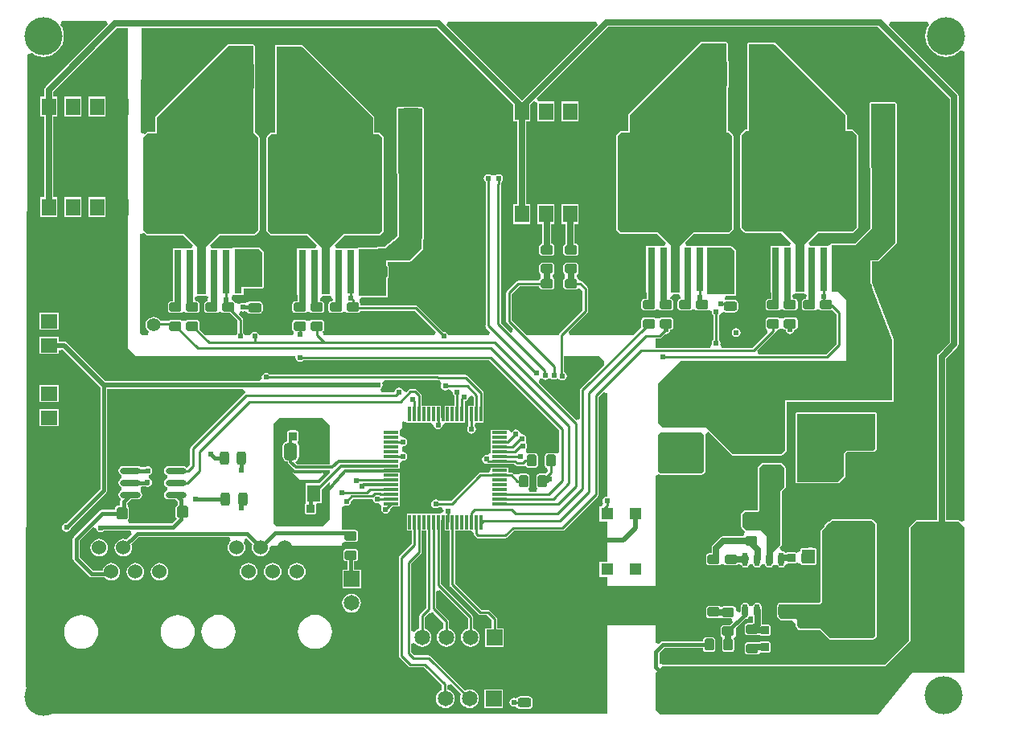
<source format=gtl>
G04*
G04 #@! TF.GenerationSoftware,Altium Limited,Altium Designer,18.0.12 (696)*
G04*
G04 Layer_Physical_Order=1*
G04 Layer_Color=65280*
%FSLAX44Y44*%
%MOMM*%
G71*
G01*
G75*
%ADD10C,0.3048*%
%ADD12C,0.4064*%
%ADD13C,0.2540*%
%ADD17R,1.5000X0.3000*%
%ADD18R,0.3000X1.5000*%
%ADD19O,2.2000X0.6000*%
G04:AMPARAMS|DCode=20|XSize=1.27mm|YSize=1.15mm|CornerRadius=0.1725mm|HoleSize=0mm|Usage=FLASHONLY|Rotation=270.000|XOffset=0mm|YOffset=0mm|HoleType=Round|Shape=RoundedRectangle|*
%AMROUNDEDRECTD20*
21,1,1.2700,0.8050,0,0,270.0*
21,1,0.9250,1.1500,0,0,270.0*
1,1,0.3450,-0.4025,-0.4625*
1,1,0.3450,-0.4025,0.4625*
1,1,0.3450,0.4025,0.4625*
1,1,0.3450,0.4025,-0.4625*
%
%ADD20ROUNDEDRECTD20*%
G04:AMPARAMS|DCode=21|XSize=1.4mm|YSize=1mm|CornerRadius=0.25mm|HoleSize=0mm|Usage=FLASHONLY|Rotation=180.000|XOffset=0mm|YOffset=0mm|HoleType=Round|Shape=RoundedRectangle|*
%AMROUNDEDRECTD21*
21,1,1.4000,0.5000,0,0,180.0*
21,1,0.9000,1.0000,0,0,180.0*
1,1,0.5000,-0.4500,0.2500*
1,1,0.5000,0.4500,0.2500*
1,1,0.5000,0.4500,-0.2500*
1,1,0.5000,-0.4500,-0.2500*
%
%ADD21ROUNDEDRECTD21*%
%ADD22R,10.8000X9.4000*%
%ADD23R,0.8000X4.6000*%
G04:AMPARAMS|DCode=24|XSize=1.4mm|YSize=1mm|CornerRadius=0.25mm|HoleSize=0mm|Usage=FLASHONLY|Rotation=90.000|XOffset=0mm|YOffset=0mm|HoleType=Round|Shape=RoundedRectangle|*
%AMROUNDEDRECTD24*
21,1,1.4000,0.5000,0,0,90.0*
21,1,0.9000,1.0000,0,0,90.0*
1,1,0.5000,0.2500,0.4500*
1,1,0.5000,0.2500,-0.4500*
1,1,0.5000,-0.2500,-0.4500*
1,1,0.5000,-0.2500,0.4500*
%
%ADD24ROUNDEDRECTD24*%
G04:AMPARAMS|DCode=25|XSize=12mm|YSize=4mm|CornerRadius=1mm|HoleSize=0mm|Usage=FLASHONLY|Rotation=90.000|XOffset=0mm|YOffset=0mm|HoleType=Round|Shape=RoundedRectangle|*
%AMROUNDEDRECTD25*
21,1,12.0000,2.0000,0,0,90.0*
21,1,10.0000,4.0000,0,0,90.0*
1,1,2.0000,1.0000,5.0000*
1,1,2.0000,1.0000,-5.0000*
1,1,2.0000,-1.0000,-5.0000*
1,1,2.0000,-1.0000,5.0000*
%
%ADD25ROUNDEDRECTD25*%
%ADD26R,1.9050X12.0000*%
%ADD27O,0.6000X1.4500*%
G04:AMPARAMS|DCode=28|XSize=0.9mm|YSize=0.9mm|CornerRadius=0.135mm|HoleSize=0mm|Usage=FLASHONLY|Rotation=90.000|XOffset=0mm|YOffset=0mm|HoleType=Round|Shape=RoundedRectangle|*
%AMROUNDEDRECTD28*
21,1,0.9000,0.6300,0,0,90.0*
21,1,0.6300,0.9000,0,0,90.0*
1,1,0.2700,0.3150,0.3150*
1,1,0.2700,0.3150,-0.3150*
1,1,0.2700,-0.3150,-0.3150*
1,1,0.2700,-0.3150,0.3150*
%
%ADD28ROUNDEDRECTD28*%
G04:AMPARAMS|DCode=29|XSize=2.7mm|YSize=1.15mm|CornerRadius=0.2875mm|HoleSize=0mm|Usage=FLASHONLY|Rotation=270.000|XOffset=0mm|YOffset=0mm|HoleType=Round|Shape=RoundedRectangle|*
%AMROUNDEDRECTD29*
21,1,2.7000,0.5750,0,0,270.0*
21,1,2.1250,1.1500,0,0,270.0*
1,1,0.5750,-0.2875,-1.0625*
1,1,0.5750,-0.2875,1.0625*
1,1,0.5750,0.2875,1.0625*
1,1,0.5750,0.2875,-1.0625*
%
%ADD29ROUNDEDRECTD29*%
G04:AMPARAMS|DCode=30|XSize=2.7mm|YSize=1.15mm|CornerRadius=0.2875mm|HoleSize=0mm|Usage=FLASHONLY|Rotation=0.000|XOffset=0mm|YOffset=0mm|HoleType=Round|Shape=RoundedRectangle|*
%AMROUNDEDRECTD30*
21,1,2.7000,0.5750,0,0,0.0*
21,1,2.1250,1.1500,0,0,0.0*
1,1,0.5750,1.0625,-0.2875*
1,1,0.5750,-1.0625,-0.2875*
1,1,0.5750,-1.0625,0.2875*
1,1,0.5750,1.0625,0.2875*
%
%ADD30ROUNDEDRECTD30*%
G04:AMPARAMS|DCode=31|XSize=2.2mm|YSize=1.55mm|CornerRadius=0.3875mm|HoleSize=0mm|Usage=FLASHONLY|Rotation=90.000|XOffset=0mm|YOffset=0mm|HoleType=Round|Shape=RoundedRectangle|*
%AMROUNDEDRECTD31*
21,1,2.2000,0.7750,0,0,90.0*
21,1,1.4250,1.5500,0,0,90.0*
1,1,0.7750,0.3875,0.7125*
1,1,0.7750,0.3875,-0.7125*
1,1,0.7750,-0.3875,-0.7125*
1,1,0.7750,-0.3875,0.7125*
%
%ADD31ROUNDEDRECTD31*%
G04:AMPARAMS|DCode=32|XSize=1.27mm|YSize=0.95mm|CornerRadius=0.1425mm|HoleSize=0mm|Usage=FLASHONLY|Rotation=180.000|XOffset=0mm|YOffset=0mm|HoleType=Round|Shape=RoundedRectangle|*
%AMROUNDEDRECTD32*
21,1,1.2700,0.6650,0,0,180.0*
21,1,0.9850,0.9500,0,0,180.0*
1,1,0.2850,-0.4925,0.3325*
1,1,0.2850,0.4925,0.3325*
1,1,0.2850,0.4925,-0.3325*
1,1,0.2850,-0.4925,-0.3325*
%
%ADD32ROUNDEDRECTD32*%
G04:AMPARAMS|DCode=33|XSize=1.27mm|YSize=0.95mm|CornerRadius=0.1425mm|HoleSize=0mm|Usage=FLASHONLY|Rotation=270.000|XOffset=0mm|YOffset=0mm|HoleType=Round|Shape=RoundedRectangle|*
%AMROUNDEDRECTD33*
21,1,1.2700,0.6650,0,0,270.0*
21,1,0.9850,0.9500,0,0,270.0*
1,1,0.2850,-0.3325,-0.4925*
1,1,0.2850,-0.3325,0.4925*
1,1,0.2850,0.3325,0.4925*
1,1,0.2850,0.3325,-0.4925*
%
%ADD33ROUNDEDRECTD33*%
%ADD34R,1.2700X1.2700*%
%ADD35R,1.4000X1.8000*%
G04:AMPARAMS|DCode=36|XSize=1.8mm|YSize=1.4mm|CornerRadius=0.35mm|HoleSize=0mm|Usage=FLASHONLY|Rotation=270.000|XOffset=0mm|YOffset=0mm|HoleType=Round|Shape=RoundedRectangle|*
%AMROUNDEDRECTD36*
21,1,1.8000,0.7000,0,0,270.0*
21,1,1.1000,1.4000,0,0,270.0*
1,1,0.7000,-0.3500,-0.5500*
1,1,0.7000,-0.3500,0.5500*
1,1,0.7000,0.3500,0.5500*
1,1,0.7000,0.3500,-0.5500*
%
%ADD36ROUNDEDRECTD36*%
%ADD68C,0.5080*%
%ADD69C,0.6350*%
%ADD70C,4.0000*%
%ADD71C,1.5240*%
%ADD72C,1.6510*%
%ADD73R,1.6510X1.6510*%
%ADD74R,1.5240X1.5240*%
%ADD75R,2.5400X2.5400*%
%ADD76R,1.5000X1.8000*%
%ADD77R,3.1000X2.4000*%
%ADD78R,2.5400X2.5400*%
%ADD79R,1.6510X1.6510*%
%ADD80R,1.8000X1.5000*%
%ADD81C,0.6096*%
%ADD82C,0.7000*%
%ADD83C,1.3970*%
%ADD84C,1.2700*%
G36*
X342764Y1487460D02*
X277282Y1421978D01*
X276244Y1420423D01*
X275879Y1418590D01*
Y1411494D01*
X271646D01*
Y1390446D01*
X275879D01*
Y1305764D01*
X271646D01*
Y1284716D01*
X289694D01*
Y1305764D01*
X285461D01*
Y1390446D01*
X289694D01*
Y1411494D01*
X285461D01*
Y1416606D01*
X352758Y1483903D01*
X363982D01*
Y1146556D01*
X372745Y1137793D01*
X539693D01*
X540422Y1136904D01*
X540777Y1135120D01*
X541788Y1133608D01*
X543300Y1132597D01*
X545084Y1132242D01*
X546868Y1132597D01*
X548380Y1133608D01*
X548679Y1134055D01*
X588772D01*
Y1118671D01*
X584962Y1118671D01*
X513119D01*
X512820Y1119118D01*
X511308Y1120129D01*
X509524Y1120484D01*
X507740Y1120129D01*
X506228Y1119118D01*
X505217Y1117606D01*
X504862Y1115822D01*
X504948Y1115394D01*
X502985Y1112176D01*
X502275Y1111584D01*
X340298D01*
X299602Y1152280D01*
X298258Y1153178D01*
X296672Y1153494D01*
X291448D01*
Y1158374D01*
X270400D01*
Y1140326D01*
X291448D01*
Y1144476D01*
X295258Y1144904D01*
X334956Y1105206D01*
Y998706D01*
X298630Y962380D01*
X297428Y962141D01*
X295916Y961130D01*
X294905Y959618D01*
X294550Y957834D01*
X294905Y956050D01*
X295916Y954538D01*
X297428Y953527D01*
X299212Y953172D01*
X300996Y953527D01*
X302508Y954538D01*
X303519Y956050D01*
X303758Y957252D01*
X341146Y994640D01*
X341932Y995816D01*
X342208Y997204D01*
X342208Y997204D01*
Y1103296D01*
X485150D01*
X487402Y1099764D01*
X487365Y1099486D01*
X486698Y1099040D01*
X486698Y1099040D01*
X430294Y1042636D01*
X429676Y1041712D01*
X429459Y1040622D01*
X429459Y1040622D01*
Y1035646D01*
X429307Y1034882D01*
X429307Y1034882D01*
Y1023538D01*
X428769Y1023000D01*
X425748Y1020786D01*
X424251Y1021786D01*
X422486Y1022137D01*
X406486D01*
X404721Y1021786D01*
X403224Y1020786D01*
X402225Y1019289D01*
X401873Y1017524D01*
X402225Y1015759D01*
X403224Y1014262D01*
X404721Y1013262D01*
X405456Y1013116D01*
Y1009232D01*
X404721Y1009085D01*
X403224Y1008086D01*
X402225Y1006589D01*
X401873Y1004824D01*
X402225Y1003059D01*
X403224Y1001562D01*
X404721Y1000563D01*
X405456Y1000416D01*
Y996532D01*
X404721Y996385D01*
X403224Y995386D01*
X402225Y993889D01*
X401873Y992124D01*
X402225Y990359D01*
X403224Y988862D01*
X404721Y987862D01*
X406486Y987511D01*
X413971D01*
X416472Y985010D01*
Y981399D01*
X416305Y981366D01*
X415231Y980648D01*
X414513Y979573D01*
X414260Y978305D01*
Y969055D01*
X414513Y967787D01*
X415231Y966713D01*
X415231Y966712D01*
X410216Y961698D01*
X364720D01*
X363963Y965508D01*
X364245Y965697D01*
X364964Y966771D01*
X365216Y968039D01*
Y977289D01*
X364964Y978557D01*
X364245Y979632D01*
X363703Y979994D01*
X363458Y983004D01*
X363575Y984085D01*
X367001Y987511D01*
X374486D01*
X376251Y987862D01*
X377748Y988862D01*
X378747Y990359D01*
X379099Y992124D01*
X378747Y993889D01*
X377748Y995386D01*
X377389Y999634D01*
X377453Y999816D01*
X379002Y1001198D01*
X382002D01*
X382874Y1000615D01*
X384658Y1000260D01*
X386442Y1000615D01*
X387954Y1001626D01*
X388965Y1003138D01*
X389320Y1004922D01*
X388965Y1006706D01*
X387954Y1008218D01*
X386442Y1009229D01*
X386357Y1009246D01*
Y1013130D01*
X386794Y1013217D01*
X388306Y1014228D01*
X389317Y1015740D01*
X389672Y1017524D01*
X389317Y1019308D01*
X388306Y1020820D01*
X386794Y1021831D01*
X385010Y1022186D01*
X383226Y1021831D01*
X382207Y1021150D01*
X377203D01*
X376251Y1021786D01*
X374486Y1022137D01*
X358486D01*
X356721Y1021786D01*
X355224Y1020786D01*
X354225Y1019289D01*
X353873Y1017524D01*
X354225Y1015759D01*
X355224Y1014262D01*
X356721Y1013262D01*
X357456Y1013116D01*
Y1009232D01*
X356721Y1009085D01*
X355224Y1008086D01*
X354225Y1006589D01*
X353873Y1004824D01*
X354225Y1003059D01*
X355224Y1001562D01*
X356721Y1000563D01*
X357456Y1000416D01*
Y996532D01*
X356721Y996385D01*
X355224Y995386D01*
X354225Y993889D01*
X353873Y992124D01*
X354225Y990359D01*
X355224Y988862D01*
X356650Y987713D01*
X356029Y986404D01*
X356028Y986404D01*
X355752Y985016D01*
X355752Y985016D01*
Y980602D01*
X353853D01*
X352585Y980350D01*
X351511Y979632D01*
X350793Y978557D01*
X350541Y977289D01*
Y976290D01*
X336652D01*
X336652Y976290D01*
X335265Y976014D01*
X334088Y975228D01*
X334088Y975228D01*
X306910Y948050D01*
X306124Y946874D01*
X305848Y945486D01*
X305848Y945486D01*
Y925166D01*
X305848Y925166D01*
X306124Y923779D01*
X306910Y922602D01*
X323166Y906346D01*
X323166Y906346D01*
X324343Y905560D01*
X325730Y905284D01*
X325730Y905284D01*
X339286D01*
X339926Y904450D01*
X341837Y902985D01*
X344061Y902063D01*
X346448Y901749D01*
X348835Y902063D01*
X351059Y902985D01*
X352970Y904450D01*
X354435Y906361D01*
X355357Y908585D01*
X355671Y910972D01*
X355357Y913359D01*
X354435Y915583D01*
X352970Y917494D01*
X351059Y918959D01*
X348835Y919881D01*
X346448Y920195D01*
X344061Y919881D01*
X341837Y918959D01*
X339926Y917494D01*
X338461Y915583D01*
X337539Y913359D01*
X337431Y912536D01*
X327232D01*
X313100Y926668D01*
Y943984D01*
X326720Y957605D01*
X327271Y957562D01*
X330607Y956104D01*
X330719Y955542D01*
X331730Y954030D01*
X333242Y953019D01*
X335026Y952664D01*
X336810Y953019D01*
X338322Y954030D01*
X338601Y954446D01*
X366707D01*
X368285Y950637D01*
X362521Y944872D01*
X361535Y945281D01*
X359148Y945595D01*
X356761Y945281D01*
X354537Y944359D01*
X352626Y942894D01*
X351161Y940984D01*
X350239Y938759D01*
X349925Y936372D01*
X350239Y933985D01*
X351161Y931761D01*
X352626Y929850D01*
X354537Y928385D01*
X356761Y927463D01*
X359148Y927149D01*
X361535Y927463D01*
X363759Y928385D01*
X365670Y929850D01*
X367135Y931761D01*
X368057Y933985D01*
X368371Y936372D01*
X368057Y938759D01*
X367648Y939745D01*
X375238Y947335D01*
X470971D01*
X472264Y943524D01*
X471752Y943132D01*
X470287Y941221D01*
X469365Y938997D01*
X469051Y936610D01*
X469365Y934223D01*
X470287Y931999D01*
X471752Y930089D01*
X473662Y928623D01*
X475887Y927701D01*
X478274Y927387D01*
X480661Y927701D01*
X482885Y928623D01*
X484796Y930089D01*
X486261Y931999D01*
X487183Y934223D01*
X487497Y936610D01*
X487183Y938997D01*
X486261Y941221D01*
X485983Y941585D01*
X487389Y945699D01*
X489150Y946007D01*
X495174Y939983D01*
X494765Y938997D01*
X494451Y936610D01*
X494765Y934223D01*
X495687Y931999D01*
X497152Y930089D01*
X499062Y928623D01*
X501287Y927701D01*
X503674Y927387D01*
X506061Y927701D01*
X508285Y928623D01*
X510196Y930089D01*
X511661Y931999D01*
X512583Y934223D01*
X512897Y936610D01*
X514803Y938784D01*
X588772D01*
Y940677D01*
X588886Y940787D01*
X592253Y942473D01*
X592582Y942475D01*
X593499Y942292D01*
X603349D01*
X604500Y942521D01*
X605475Y943173D01*
X606127Y944148D01*
X606356Y945299D01*
Y951949D01*
X606127Y953100D01*
X605475Y954075D01*
X604500Y954727D01*
X603349Y954956D01*
X597005D01*
X596475Y955310D01*
X595088Y955586D01*
X595088Y955586D01*
X588772D01*
Y978749D01*
X592217Y980894D01*
X592582Y980908D01*
X594106Y980604D01*
X595890Y980959D01*
X597402Y981970D01*
X598413Y983482D01*
X598768Y985266D01*
X601588Y987751D01*
X618074D01*
X621229Y987578D01*
X622057Y985768D01*
X623068Y984256D01*
X624580Y983245D01*
X626364Y982890D01*
X628148Y983245D01*
X630347Y980182D01*
X630947Y978668D01*
X630592Y976884D01*
X630947Y975100D01*
X631958Y973588D01*
X633470Y972577D01*
X635254Y972222D01*
X637038Y972577D01*
X638550Y973588D01*
X639561Y975100D01*
X639916Y976884D01*
X642591Y979552D01*
X650027D01*
Y984554D01*
Y994554D01*
Y1004554D01*
Y1015600D01*
X637600D01*
X637540Y1015746D01*
Y1019469D01*
X641003D01*
X641424Y1019552D01*
X650027D01*
Y1024948D01*
X650152Y1025190D01*
X653488Y1027848D01*
X655272Y1028203D01*
X656785Y1029214D01*
X657795Y1030726D01*
X658150Y1032510D01*
X657795Y1034294D01*
X656785Y1035806D01*
X655272Y1036817D01*
X653488Y1037172D01*
X652852Y1037609D01*
X652317Y1041739D01*
X652650Y1042523D01*
X653288Y1043088D01*
X655072Y1043443D01*
X656584Y1044454D01*
X657595Y1045966D01*
X657950Y1047750D01*
X657595Y1049534D01*
X656584Y1051046D01*
X655072Y1052057D01*
X653288Y1052412D01*
X652064Y1053216D01*
X650068Y1055262D01*
X650027Y1055352D01*
Y1060602D01*
X652780Y1061720D01*
Y1068698D01*
X653669Y1069292D01*
X657479Y1068053D01*
Y1068053D01*
X682277D01*
X685710Y1065784D01*
X686065Y1064000D01*
X687076Y1062488D01*
X688588Y1061477D01*
X690372Y1061122D01*
X692156Y1061477D01*
X693668Y1062488D01*
X694679Y1064000D01*
X694937Y1065296D01*
X695937Y1066381D01*
X698467Y1068053D01*
X718528D01*
Y1086101D01*
X718353D01*
Y1090454D01*
X719524Y1090687D01*
X721037Y1091698D01*
X722047Y1093210D01*
X722290Y1094429D01*
X724196Y1095679D01*
X726012Y1096374D01*
X727654Y1095112D01*
Y1086101D01*
X722480D01*
Y1068053D01*
X722480D01*
X722509Y1064381D01*
X721498Y1062869D01*
X721143Y1061085D01*
X721498Y1059301D01*
X722509Y1057789D01*
X724021Y1056778D01*
X725805Y1056423D01*
X727589Y1056778D01*
X729101Y1057789D01*
X730112Y1059301D01*
X730467Y1061085D01*
X730112Y1062869D01*
X729194Y1064243D01*
X729942Y1068053D01*
X738528D01*
Y1086101D01*
X738353D01*
Y1099392D01*
X738353Y1099392D01*
X738136Y1100482D01*
X737518Y1101406D01*
X721342Y1117582D01*
X720418Y1118200D01*
X719328Y1118417D01*
X719328Y1118417D01*
X691136D01*
X690700Y1118708D01*
X689610Y1118925D01*
X688520Y1118708D01*
X688464Y1118671D01*
X592582D01*
X588772Y1118671D01*
Y1134055D01*
X744310D01*
X818145Y1060221D01*
Y1036699D01*
X815446Y1035611D01*
X814334Y1035377D01*
X813560Y1035895D01*
X812409Y1036124D01*
X805759D01*
X804608Y1035895D01*
X803633Y1035243D01*
X802981Y1034268D01*
X802752Y1033117D01*
Y1023267D01*
X802981Y1022116D01*
X803633Y1021141D01*
X804608Y1020489D01*
X805318Y1020348D01*
X805755Y1018127D01*
X805751Y1016453D01*
X803519Y1014280D01*
X796869D01*
X795718Y1014051D01*
X794743Y1013399D01*
X794091Y1012424D01*
X793862Y1011273D01*
Y1001423D01*
X794091Y1000272D01*
X794743Y999297D01*
X794835Y999235D01*
X793863Y995425D01*
X786525D01*
X785553Y999235D01*
X785645Y999297D01*
X786297Y1000272D01*
X786526Y1001423D01*
Y1011273D01*
X786297Y1012424D01*
X785645Y1013399D01*
X784670Y1014051D01*
X783519Y1014280D01*
X776869D01*
X775718Y1014051D01*
X774743Y1013399D01*
X770858Y1013576D01*
X770672Y1013643D01*
X769724Y1014591D01*
X768800Y1015208D01*
X767710Y1015425D01*
X767710Y1015425D01*
X764027D01*
Y1020602D01*
X745979D01*
Y1018892D01*
X744220Y1015547D01*
X744220Y1015547D01*
X735076D01*
X735076Y1015547D01*
X733986Y1015330D01*
X733062Y1014712D01*
X703924Y985575D01*
X691427D01*
X691128Y986022D01*
X689616Y987033D01*
X687832Y987388D01*
X686048Y987033D01*
X684536Y986022D01*
X683525Y984510D01*
X683170Y982726D01*
X683525Y980942D01*
X684536Y979430D01*
X686048Y978419D01*
X687832Y978064D01*
X689616Y978419D01*
X690779Y979196D01*
X694156Y979020D01*
X695116Y977733D01*
X696345Y975709D01*
X696168Y974817D01*
X695526Y974157D01*
X692737Y972101D01*
X690432Y972101D01*
X657479D01*
Y954053D01*
X662655D01*
Y940496D01*
X657116Y934956D01*
X657116Y934956D01*
X650004Y927844D01*
X649386Y926920D01*
X649169Y925830D01*
X649169Y925830D01*
Y822300D01*
X649169Y822300D01*
X649386Y821210D01*
X650004Y820286D01*
X659250Y811040D01*
X659250Y811040D01*
X660174Y810422D01*
X661264Y810205D01*
X675546D01*
X694559Y791192D01*
Y786403D01*
X693060Y785782D01*
X691018Y784214D01*
X689450Y782172D01*
X688465Y779793D01*
X688129Y777240D01*
X688465Y774687D01*
X689450Y772308D01*
X691018Y770266D01*
X693060Y768698D01*
X695439Y767713D01*
X697992Y767377D01*
X700545Y767713D01*
X702924Y768698D01*
X704967Y770266D01*
X706534Y772308D01*
X707519Y774687D01*
X707855Y777240D01*
X707519Y779793D01*
X706534Y782172D01*
X704967Y784214D01*
X702924Y785782D01*
X700545Y786767D01*
X700257Y786805D01*
Y790958D01*
X703951Y792653D01*
X714727Y781876D01*
X713865Y779793D01*
X713529Y777240D01*
X713865Y774687D01*
X714850Y772308D01*
X716417Y770266D01*
X718460Y768698D01*
X720839Y767713D01*
X723392Y767377D01*
X725945Y767713D01*
X728324Y768698D01*
X730367Y770266D01*
X731934Y772308D01*
X732919Y774687D01*
X733255Y777240D01*
X732919Y779793D01*
X731934Y782172D01*
X730367Y784214D01*
X728324Y785782D01*
X725945Y786767D01*
X723392Y787103D01*
X720839Y786767D01*
X718756Y785904D01*
X682480Y822180D01*
X681556Y822798D01*
X680466Y823015D01*
X680466Y823015D01*
X665390D01*
X661979Y826426D01*
Y834746D01*
X665789Y835882D01*
X666634Y834781D01*
X668676Y833214D01*
X671055Y832229D01*
X673608Y831893D01*
X676161Y832229D01*
X678540Y833214D01*
X680582Y834781D01*
X682150Y836824D01*
X683135Y839203D01*
X683471Y841756D01*
X683135Y844309D01*
X682150Y846688D01*
X680582Y848730D01*
X678540Y850298D01*
X676457Y851161D01*
Y863399D01*
X680642Y867585D01*
X680645Y867587D01*
X685483Y867770D01*
X685836Y867569D01*
X696159Y857246D01*
Y851161D01*
X694076Y850298D01*
X692033Y848730D01*
X690466Y846688D01*
X689481Y844309D01*
X689145Y841756D01*
X689481Y839203D01*
X690466Y836824D01*
X692033Y834781D01*
X694076Y833214D01*
X696455Y832229D01*
X699008Y831893D01*
X701561Y832229D01*
X703940Y833214D01*
X705982Y834781D01*
X707550Y836824D01*
X708535Y839203D01*
X708871Y841756D01*
X708535Y844309D01*
X707550Y846688D01*
X705982Y848730D01*
X703940Y850298D01*
X701857Y851161D01*
Y858426D01*
X701857Y858426D01*
X701640Y859516D01*
X701022Y860440D01*
X688353Y873110D01*
Y889825D01*
X692163Y891403D01*
X721472Y862094D01*
X721472Y862094D01*
X721813Y861866D01*
Y851266D01*
X719476Y850298D01*
X717433Y848730D01*
X715866Y846688D01*
X714881Y844309D01*
X714545Y841756D01*
X714881Y839203D01*
X715866Y836824D01*
X717433Y834781D01*
X719476Y833214D01*
X721855Y832229D01*
X724408Y831893D01*
X726961Y832229D01*
X729340Y833214D01*
X731382Y834781D01*
X732950Y836824D01*
X733935Y839203D01*
X734271Y841756D01*
X733935Y844309D01*
X732950Y846688D01*
X731382Y848730D01*
X729340Y850298D01*
X727511Y851056D01*
Y863092D01*
X727511Y863092D01*
X727294Y864182D01*
X726676Y865106D01*
X726676Y865106D01*
X725660Y866122D01*
X725180Y866443D01*
X693352Y898272D01*
Y954053D01*
X693527D01*
Y965780D01*
X697337Y967698D01*
X697479Y967592D01*
Y954053D01*
X702655D01*
Y897490D01*
X702655Y897490D01*
X702872Y896400D01*
X703490Y895476D01*
X732808Y866158D01*
X732808Y866158D01*
X733732Y865540D01*
X734822Y865323D01*
X734822Y865323D01*
X741770D01*
X746959Y860134D01*
Y851535D01*
X740029D01*
Y831977D01*
X759587D01*
Y851535D01*
X752657D01*
Y861314D01*
X752440Y862404D01*
X751822Y863328D01*
X751822Y863328D01*
X744964Y870186D01*
X744040Y870804D01*
X742950Y871021D01*
X742950Y871021D01*
X736002D01*
X708353Y898670D01*
Y954053D01*
X725306D01*
X727654Y951231D01*
X727871Y950141D01*
X728488Y949217D01*
X730522Y947184D01*
X730522Y947184D01*
X731446Y946566D01*
X732536Y946349D01*
X732536Y946349D01*
X761238D01*
X761238Y946349D01*
X762328Y946566D01*
X763252Y947184D01*
X770546Y954477D01*
X821433D01*
X821433Y954477D01*
X822523Y954694D01*
X823448Y955312D01*
X858568Y990432D01*
X858568Y990432D01*
X859185Y991356D01*
X859402Y992446D01*
X859402Y992446D01*
Y1095259D01*
X864652Y1100510D01*
X868172Y1099052D01*
Y990436D01*
X866388Y990081D01*
X864876Y989070D01*
X863865Y987558D01*
X863510Y985774D01*
X863865Y983990D01*
X864290Y983354D01*
X862359Y979948D01*
X862343Y979932D01*
X860284D01*
Y964184D01*
X868172D01*
Y921512D01*
X860284D01*
Y905764D01*
X868172D01*
Y895858D01*
X919226D01*
Y1012443D01*
X923036Y1014021D01*
X923662Y1013396D01*
X924828Y1012912D01*
X968008D01*
X969174Y1013396D01*
X971714Y1015936D01*
X972198Y1017102D01*
Y1055202D01*
X974815Y1058246D01*
X975246Y1058331D01*
X999862Y1033716D01*
X1001028Y1033232D01*
X1051828Y1033232D01*
X1052995Y1033716D01*
X1056805Y1037526D01*
X1057122Y1038292D01*
X1057288Y1038692D01*
X1057288Y1089867D01*
X1168400D01*
X1169566Y1090350D01*
X1170050Y1091516D01*
Y1155192D01*
X1169933Y1155474D01*
X1169942Y1155778D01*
X1147444Y1214944D01*
X1147444Y1237710D01*
X1153000D01*
X1154166Y1238194D01*
X1172614Y1256642D01*
X1173098Y1257808D01*
Y1275080D01*
Y1404112D01*
X1172614Y1405278D01*
X1171448Y1405762D01*
X1148041Y1405762D01*
X1146362Y1405762D01*
X1146362Y1405762D01*
X1146359Y1405760D01*
X1146356Y1405762D01*
X1146356Y1405762D01*
X1145773Y1405518D01*
X1145196Y1405278D01*
X1145194Y1405275D01*
X1145191Y1405274D01*
X1144959Y1404708D01*
X1144713Y1404112D01*
X1144714Y1404109D01*
X1144713Y1404106D01*
X1144713Y1404106D01*
X1144719Y1402433D01*
X1145201Y1272119D01*
X1130330Y1257247D01*
X1129967Y1256918D01*
X1126033D01*
X1126033Y1256917D01*
X1106631Y1256918D01*
X1105154Y1256918D01*
X1105154Y1256918D01*
X1103988Y1256434D01*
X1103987Y1256434D01*
X1102942Y1255064D01*
X1099694Y1253884D01*
X1093152D01*
X1090994Y1253884D01*
X1087184Y1253884D01*
X1081663D01*
X1080085Y1257694D01*
X1090233Y1267842D01*
X1126888Y1267842D01*
X1128054Y1268326D01*
X1131864Y1272136D01*
X1132347Y1273302D01*
Y1371092D01*
X1131864Y1372258D01*
X1128054Y1376068D01*
X1126888Y1376552D01*
X1120774D01*
Y1392030D01*
X1120290Y1393197D01*
X1045360Y1468127D01*
X1044194Y1468610D01*
X1017524D01*
X1016358Y1468127D01*
X1015874Y1466960D01*
Y1376552D01*
X1013858D01*
X1012691Y1376068D01*
X1008882Y1372258D01*
X1008398Y1371092D01*
Y1273302D01*
X1008882Y1272136D01*
X1012691Y1268326D01*
X1013858Y1267842D01*
X1051783D01*
X1061931Y1257694D01*
X1060353Y1253884D01*
X1052894Y1253884D01*
X1049084Y1253884D01*
X1040194D01*
Y1204836D01*
X1040927D01*
Y1198702D01*
X1038253D01*
X1037102Y1198473D01*
X1036127Y1197821D01*
X1035475Y1196846D01*
X1035246Y1195695D01*
Y1189045D01*
X1035475Y1187894D01*
X1036127Y1186919D01*
X1037102Y1186267D01*
X1038253Y1186038D01*
X1048103D01*
X1049254Y1186267D01*
X1049845Y1186662D01*
X1050555Y1186919D01*
X1053581D01*
X1054291Y1186662D01*
X1054882Y1186267D01*
X1056033Y1186038D01*
X1065883D01*
X1067034Y1186267D01*
X1068009Y1186919D01*
X1068661Y1187894D01*
X1068890Y1189045D01*
Y1195695D01*
X1068661Y1196846D01*
X1068009Y1197821D01*
X1067034Y1198473D01*
X1065883Y1198702D01*
X1064467D01*
X1063630Y1202512D01*
X1064114Y1203085D01*
X1066936Y1204378D01*
X1067198Y1204342D01*
X1067598Y1204342D01*
X1074418D01*
X1074818Y1204342D01*
X1075434Y1204427D01*
X1077700Y1203584D01*
X1078606Y1202512D01*
X1077769Y1198702D01*
X1076353D01*
X1075202Y1198473D01*
X1074227Y1197821D01*
X1073575Y1196846D01*
X1073346Y1195695D01*
Y1189045D01*
X1073575Y1187894D01*
X1074227Y1186919D01*
X1075202Y1186267D01*
X1076353Y1186038D01*
X1086203D01*
X1087354Y1186267D01*
X1087945Y1186662D01*
X1088655Y1186919D01*
X1091681D01*
X1092391Y1186662D01*
X1092982Y1186267D01*
X1094133Y1186038D01*
X1103983D01*
X1105134Y1186267D01*
X1105572Y1186560D01*
X1109671Y1182460D01*
Y1151038D01*
X1098640Y1140007D01*
X1028012D01*
X1026433Y1143817D01*
X1045192Y1162576D01*
X1045810Y1163500D01*
X1046027Y1164590D01*
X1049153Y1166247D01*
X1049254Y1166267D01*
X1049845Y1166662D01*
X1050555Y1166919D01*
X1053581D01*
X1054291Y1166662D01*
X1054882Y1166267D01*
X1056033Y1166038D01*
X1056150D01*
X1056296Y1165860D01*
X1056651Y1164076D01*
X1057662Y1162564D01*
X1059174Y1161553D01*
X1060958Y1161198D01*
X1062742Y1161553D01*
X1064254Y1162564D01*
X1065265Y1164076D01*
X1065620Y1165860D01*
X1065766Y1166038D01*
X1065883D01*
X1067034Y1166267D01*
X1068009Y1166919D01*
X1068661Y1167894D01*
X1068890Y1169045D01*
Y1175695D01*
X1068661Y1176846D01*
X1068009Y1177821D01*
X1067034Y1178473D01*
X1065883Y1178702D01*
X1056033D01*
X1054882Y1178473D01*
X1054291Y1178078D01*
X1053581Y1177821D01*
X1050555D01*
X1049845Y1178078D01*
X1049254Y1178473D01*
X1048103Y1178702D01*
X1038253D01*
X1037102Y1178473D01*
X1036127Y1177821D01*
X1035475Y1176846D01*
X1035246Y1175695D01*
Y1169045D01*
X1035475Y1167894D01*
X1036127Y1166919D01*
X1037005Y1163477D01*
X1036968Y1162409D01*
X1021424Y1146865D01*
X989867D01*
X988938Y1147927D01*
X987436Y1150675D01*
X987624Y1151618D01*
X987269Y1153402D01*
X986259Y1154915D01*
X986083Y1155032D01*
Y1180807D01*
X986530Y1181106D01*
X987541Y1182618D01*
X987622Y1183024D01*
X987805Y1183191D01*
X991192Y1184622D01*
X991533Y1184644D01*
X991642Y1184572D01*
X993212Y1184259D01*
X1002212D01*
X1003782Y1184572D01*
X1005113Y1185461D01*
X1006003Y1186792D01*
X1006315Y1188362D01*
Y1193362D01*
X1006003Y1194932D01*
X1005113Y1196263D01*
X1003782Y1197152D01*
X1002212Y1197465D01*
X993212D01*
X992309Y1197285D01*
X991882Y1197537D01*
X992919Y1201347D01*
X1001219Y1201347D01*
X1002697Y1201347D01*
X1002697Y1201347D01*
X1003863Y1201830D01*
X1004346Y1202996D01*
X1004346Y1202996D01*
X1004346Y1204474D01*
X1004346Y1248367D01*
X1003863Y1249533D01*
X999704Y1253693D01*
X998537Y1254176D01*
X976573Y1254176D01*
X973899Y1254176D01*
X970210Y1253884D01*
X968729Y1253884D01*
X962342D01*
X960184Y1253884D01*
X956374Y1253884D01*
X951869D01*
X950291Y1257694D01*
X959423Y1266826D01*
X996078Y1266826D01*
X997244Y1267310D01*
X1001054Y1271120D01*
X1001537Y1272286D01*
Y1370076D01*
X1001054Y1371242D01*
X997244Y1375052D01*
X996078Y1375536D01*
X995552D01*
Y1420876D01*
X996442D01*
Y1449324D01*
X995552D01*
Y1467248D01*
X995068Y1468414D01*
X993902Y1468898D01*
X967232D01*
X966066Y1468414D01*
X891136Y1393484D01*
X890652Y1392318D01*
Y1375536D01*
X883048D01*
X881881Y1375052D01*
X878072Y1371242D01*
X877588Y1370076D01*
Y1272286D01*
X878072Y1271120D01*
X881881Y1267310D01*
X883048Y1266826D01*
X920973D01*
X930105Y1257694D01*
X928527Y1253884D01*
X922084Y1253884D01*
X918274Y1253884D01*
X909384D01*
Y1204836D01*
X910117D01*
Y1198702D01*
X907443D01*
X906292Y1198473D01*
X905317Y1197821D01*
X904665Y1196846D01*
X904436Y1195695D01*
Y1189045D01*
X904665Y1187894D01*
X905317Y1186919D01*
X906292Y1186267D01*
X907443Y1186038D01*
X917293D01*
X918444Y1186267D01*
X919035Y1186662D01*
X919745Y1186919D01*
X922771D01*
X923481Y1186662D01*
X924072Y1186267D01*
X925223Y1186038D01*
X935073D01*
X936224Y1186267D01*
X937199Y1186919D01*
X937851Y1187894D01*
X938080Y1189045D01*
Y1195695D01*
X937851Y1196846D01*
X937199Y1197821D01*
X936224Y1198473D01*
X935232Y1198670D01*
X935007Y1199015D01*
X934832Y1199847D01*
X935303Y1200900D01*
X937979Y1203326D01*
X944008Y1203326D01*
X944009Y1203326D01*
X945938Y1200045D01*
X945553Y1198707D01*
X945543Y1198702D01*
X944392Y1198473D01*
X943417Y1197821D01*
X942765Y1196846D01*
X942536Y1195695D01*
Y1189045D01*
X942765Y1187894D01*
X943417Y1186919D01*
X944392Y1186267D01*
X945543Y1186038D01*
X955393D01*
X956544Y1186267D01*
X957135Y1186662D01*
X957845Y1186919D01*
X960871D01*
X961581Y1186662D01*
X962172Y1186267D01*
X963323Y1186038D01*
X973173D01*
X974324Y1186267D01*
X975172Y1186834D01*
X975744Y1186695D01*
X978730Y1185196D01*
X978572Y1184402D01*
X978927Y1182618D01*
X979938Y1181106D01*
X980385Y1180807D01*
Y1155395D01*
X979666Y1154915D01*
X978656Y1153402D01*
X978301Y1151618D01*
X978489Y1150675D01*
X976987Y1147927D01*
X976058Y1146865D01*
X919226D01*
Y1156411D01*
X923294D01*
X923294Y1156411D01*
X924384Y1156628D01*
X925308Y1157246D01*
X929620Y1161557D01*
X930148Y1161452D01*
X931932Y1161807D01*
X933444Y1162818D01*
X934455Y1164330D01*
X934794Y1166038D01*
X935073D01*
X936224Y1166267D01*
X937199Y1166919D01*
X937851Y1167894D01*
X938080Y1169045D01*
Y1175695D01*
X937851Y1176846D01*
X937199Y1177821D01*
X936224Y1178473D01*
X935073Y1178702D01*
X925223D01*
X924072Y1178473D01*
X923481Y1178078D01*
X922771Y1177821D01*
X919745D01*
X919035Y1178078D01*
X918444Y1178473D01*
X917293Y1178702D01*
X907443D01*
X906292Y1178473D01*
X905317Y1177821D01*
X904665Y1176846D01*
X904436Y1175695D01*
Y1169045D01*
X904508Y1168683D01*
X896097Y1160272D01*
X829173D01*
X827715Y1163792D01*
X847580Y1183658D01*
X847580Y1183658D01*
X848198Y1184582D01*
X848415Y1185672D01*
Y1209294D01*
X848198Y1210384D01*
X847580Y1211308D01*
X847580Y1211308D01*
X842152Y1216736D01*
X841228Y1217354D01*
X840138Y1217571D01*
X838029Y1219198D01*
X837377Y1220173D01*
X837013Y1220416D01*
X836674Y1222502D01*
X837013Y1224588D01*
X837377Y1224831D01*
X838029Y1225806D01*
X838258Y1226957D01*
Y1233607D01*
X838029Y1234758D01*
X837377Y1235733D01*
X836402Y1236385D01*
X835251Y1236614D01*
X825401D01*
X824250Y1236385D01*
X823275Y1235733D01*
X822623Y1234758D01*
X822394Y1233607D01*
Y1226957D01*
X822623Y1225806D01*
X823275Y1224831D01*
X823639Y1224588D01*
X823978Y1222502D01*
X823639Y1220416D01*
X823275Y1220173D01*
X822623Y1219198D01*
X822394Y1218047D01*
Y1211397D01*
X822623Y1210246D01*
X823275Y1209271D01*
X824250Y1208619D01*
X825401Y1208390D01*
X835251D01*
X836402Y1208619D01*
X837377Y1209271D01*
X839410Y1209328D01*
X842717Y1206237D01*
Y1186852D01*
X818406Y1162540D01*
X817788Y1161616D01*
X817571Y1160526D01*
X813932Y1160272D01*
X783555D01*
X767897Y1175930D01*
Y1203796D01*
X775975Y1211874D01*
X796994D01*
Y1211397D01*
X797223Y1210246D01*
X797875Y1209271D01*
X798850Y1208619D01*
X800001Y1208390D01*
X809851D01*
X811002Y1208619D01*
X811977Y1209271D01*
X812629Y1210246D01*
X812858Y1211397D01*
Y1218047D01*
X812629Y1219198D01*
X811977Y1220173D01*
X811613Y1220416D01*
X811274Y1222502D01*
X811613Y1224588D01*
X811977Y1224831D01*
X812629Y1225806D01*
X812858Y1226957D01*
Y1233607D01*
X812629Y1234758D01*
X811977Y1235733D01*
X811002Y1236385D01*
X809851Y1236614D01*
X800001D01*
X798850Y1236385D01*
X797875Y1235733D01*
X797223Y1234758D01*
X796994Y1233607D01*
Y1226957D01*
X797223Y1225806D01*
X797875Y1224831D01*
X798239Y1224588D01*
X798578Y1222502D01*
X798239Y1220416D01*
X797875Y1220173D01*
X797223Y1219198D01*
X796994Y1218047D01*
Y1217572D01*
X774795D01*
X773705Y1217355D01*
X772780Y1216737D01*
X772780Y1216737D01*
X763034Y1206990D01*
X762416Y1206066D01*
X762199Y1204976D01*
X762199Y1204976D01*
Y1174750D01*
X762199Y1174750D01*
X762416Y1173660D01*
X763034Y1172736D01*
X769123Y1166646D01*
X767869Y1162512D01*
X767274Y1162393D01*
X756532Y1173136D01*
Y1318189D01*
X756580Y1318262D01*
X756797Y1319352D01*
Y1321447D01*
X757244Y1321746D01*
X758255Y1323258D01*
X758609Y1325042D01*
X758255Y1326826D01*
X757244Y1328338D01*
X755732Y1329349D01*
X753948Y1329704D01*
X752164Y1329349D01*
X750743Y1328400D01*
X750613Y1328339D01*
X746507Y1328414D01*
X746479Y1328429D01*
X744988Y1329425D01*
X743204Y1329780D01*
X741420Y1329425D01*
X739908Y1328414D01*
X738897Y1326902D01*
X738542Y1325118D01*
X738897Y1323334D01*
X739908Y1321822D01*
X740355Y1321523D01*
Y1171324D01*
X740318Y1171268D01*
X740101Y1170178D01*
X740318Y1169088D01*
X740936Y1168164D01*
X745307Y1163792D01*
X743849Y1160272D01*
X701131D01*
X701029Y1160786D01*
X700018Y1162298D01*
X698506Y1163309D01*
X696722Y1163664D01*
X696194Y1163559D01*
X668908Y1190844D01*
X667984Y1191462D01*
X666894Y1191679D01*
X666894Y1191679D01*
X608642D01*
Y1193155D01*
X608413Y1194306D01*
X607761Y1195281D01*
X607696Y1195325D01*
X607523Y1197816D01*
X609116Y1199770D01*
X613616D01*
X634586Y1199770D01*
X636064Y1199770D01*
X636064Y1199771D01*
X637230Y1200254D01*
X637713Y1201420D01*
X637713Y1201420D01*
X637713Y1202897D01*
X637713Y1220250D01*
X638166Y1220927D01*
X638418Y1222195D01*
Y1231445D01*
X638166Y1232713D01*
X637713Y1233389D01*
Y1237362D01*
X660400D01*
X661566Y1237846D01*
X674520Y1250800D01*
X675004Y1251966D01*
Y1261259D01*
X675258Y1261872D01*
Y1399032D01*
X674774Y1400198D01*
X673608Y1400682D01*
X670814D01*
Y1401064D01*
X652526D01*
Y1401064D01*
X652144Y1400682D01*
X648522Y1400682D01*
X648522Y1400681D01*
X648519Y1400680D01*
X648516Y1400682D01*
X648516Y1400681D01*
X647933Y1400438D01*
X647356Y1400199D01*
X647354Y1400195D01*
X647352Y1400194D01*
X647120Y1399628D01*
X646872Y1399032D01*
X646874Y1399029D01*
X646873Y1399026D01*
X646872Y1399026D01*
X646879Y1397353D01*
X647371Y1264442D01*
X634392Y1253362D01*
X627380D01*
X627086Y1253240D01*
X626767Y1253244D01*
X626526Y1253008D01*
X626214Y1252878D01*
X626098Y1252600D01*
X608636Y1252600D01*
X607266Y1252600D01*
X607266Y1252600D01*
X607025Y1252500D01*
X605612Y1252009D01*
X602580Y1251344D01*
X601536Y1251344D01*
X594804D01*
X592646Y1251344D01*
X588836Y1251344D01*
X583061D01*
X581483Y1255154D01*
X591377Y1265049D01*
X628032Y1265048D01*
X629198Y1265532D01*
X633008Y1269342D01*
X633492Y1270508D01*
Y1368298D01*
X633008Y1369464D01*
X629198Y1373274D01*
X628032Y1373758D01*
X623442D01*
Y1389490D01*
X622958Y1390656D01*
X548028Y1465587D01*
X546862Y1466070D01*
X520192D01*
X519026Y1465587D01*
X518542Y1464420D01*
Y1373758D01*
X515002D01*
X513835Y1373274D01*
X510025Y1369464D01*
X509542Y1368298D01*
Y1270508D01*
X510025Y1269342D01*
X513835Y1265532D01*
X515002Y1265048D01*
X552927D01*
X562821Y1255154D01*
X561243Y1251344D01*
X554546Y1251344D01*
X550736Y1251344D01*
X541846D01*
Y1202296D01*
X542579D01*
Y1196162D01*
X539905D01*
X538754Y1195933D01*
X537779Y1195281D01*
X537127Y1194306D01*
X536898Y1193155D01*
Y1186505D01*
X537127Y1185354D01*
X537779Y1184379D01*
X538754Y1183727D01*
X539905Y1183498D01*
X549755D01*
X550906Y1183727D01*
X551497Y1184122D01*
X552207Y1184379D01*
X555233D01*
X555943Y1184122D01*
X556534Y1183727D01*
X557685Y1183498D01*
X567535D01*
X568686Y1183727D01*
X569661Y1184379D01*
X570313Y1185354D01*
X570542Y1186505D01*
Y1193155D01*
X570313Y1194306D01*
X569661Y1195281D01*
X568686Y1195933D01*
X567535Y1196162D01*
X566679D01*
X566043Y1197596D01*
X565939Y1198734D01*
X568973Y1201548D01*
X575562D01*
X575962Y1201548D01*
X576937Y1201363D01*
X579675Y1197319D01*
X579421Y1196162D01*
X578005D01*
X576854Y1195933D01*
X575879Y1195281D01*
X575227Y1194306D01*
X574998Y1193155D01*
Y1186505D01*
X575227Y1185354D01*
X575879Y1184379D01*
X576854Y1183727D01*
X578005Y1183498D01*
X587855D01*
X589006Y1183727D01*
X589597Y1184122D01*
X590307Y1184379D01*
X593333D01*
X594043Y1184122D01*
X594634Y1183727D01*
X595785Y1183498D01*
X605635D01*
X606786Y1183727D01*
X607761Y1184379D01*
X608413Y1185354D01*
X608538Y1185981D01*
X665714D01*
X687903Y1163792D01*
X686445Y1160272D01*
X569851D01*
X569297Y1161912D01*
X569217Y1164082D01*
X569661Y1164379D01*
X570313Y1165354D01*
X570542Y1166505D01*
Y1173155D01*
X570313Y1174306D01*
X569661Y1175281D01*
X568686Y1175933D01*
X567535Y1176162D01*
X557685D01*
X556534Y1175933D01*
X555943Y1175538D01*
X555233Y1175281D01*
X552207D01*
X551497Y1175538D01*
X550906Y1175933D01*
X549755Y1176162D01*
X539905D01*
X538754Y1175933D01*
X537779Y1175281D01*
X537127Y1174306D01*
X536898Y1173155D01*
Y1166505D01*
X537127Y1165354D01*
X537779Y1164379D01*
X538223Y1164082D01*
X538143Y1161912D01*
X537589Y1160272D01*
X501791D01*
X501639Y1161040D01*
X500628Y1162552D01*
X499116Y1163563D01*
X497332Y1163918D01*
X495548Y1163563D01*
X494036Y1162552D01*
X493025Y1161040D01*
X492873Y1160272D01*
X486755D01*
X486653Y1160786D01*
X485642Y1162298D01*
X485195Y1162597D01*
Y1176658D01*
X485195Y1176658D01*
X484978Y1177748D01*
X484360Y1178672D01*
X480988Y1182044D01*
X482785Y1185231D01*
X483027Y1185394D01*
X484632Y1185074D01*
X486416Y1185429D01*
X489934Y1183936D01*
X491265Y1183047D01*
X492835Y1182734D01*
X501835D01*
X503405Y1183047D01*
X504736Y1183936D01*
X505626Y1185267D01*
X505938Y1186837D01*
Y1191837D01*
X505626Y1193407D01*
X504736Y1194738D01*
X503405Y1195628D01*
X501835Y1195940D01*
X492835D01*
X491265Y1195628D01*
X489934Y1194738D01*
X486416Y1194043D01*
X484632Y1194398D01*
X482848Y1194043D01*
X481615Y1193219D01*
X480832Y1193206D01*
X480817Y1193209D01*
X477603Y1194304D01*
X477603Y1194306D01*
X476951Y1195281D01*
X475976Y1195933D01*
X474825Y1196162D01*
X474500D01*
X472852Y1198499D01*
X474333Y1202296D01*
X476694Y1202296D01*
X485584D01*
Y1209676D01*
X505460Y1209676D01*
X506626Y1210160D01*
X507109Y1211326D01*
X507110Y1246998D01*
X506626Y1248165D01*
X502467Y1252324D01*
X501301Y1252807D01*
X477740Y1252807D01*
X476662Y1252807D01*
X476662Y1252807D01*
X476172Y1252604D01*
X475297Y1252269D01*
X471976Y1251344D01*
X470726Y1251344D01*
X463994D01*
X461836Y1251344D01*
X458026Y1251344D01*
X451997D01*
X450419Y1255154D01*
X460567Y1265303D01*
X497222Y1265302D01*
X498388Y1265786D01*
X502198Y1269596D01*
X502682Y1270762D01*
Y1368552D01*
X502198Y1369718D01*
X498388Y1373528D01*
X497712Y1373809D01*
Y1418336D01*
X498094D01*
Y1446784D01*
X497712D01*
Y1464708D01*
X497228Y1465874D01*
X496062Y1466358D01*
X469392D01*
X468226Y1465874D01*
X393296Y1390944D01*
X392812Y1389778D01*
Y1374012D01*
X384192D01*
X383026Y1373528D01*
X381390Y1371893D01*
X377590Y1373481D01*
X378270Y1483903D01*
X688895D01*
X769486Y1403312D01*
Y1385206D01*
X773719D01*
Y1298304D01*
X769486D01*
Y1277256D01*
X787534D01*
Y1298304D01*
X783301D01*
Y1385206D01*
X787534D01*
Y1403058D01*
X791321Y1406845D01*
X791612Y1406697D01*
X791612Y1406697D01*
X794886Y1405022D01*
X794886Y1402954D01*
Y1385206D01*
X812934D01*
Y1406254D01*
X798460D01*
X796118Y1406254D01*
X794295Y1409819D01*
X869649Y1485173D01*
X1153207D01*
X1228887Y1409494D01*
Y1152859D01*
X1217082Y1141054D01*
X1216044Y1139500D01*
X1215679Y1137666D01*
Y965412D01*
X1194068D01*
X1192902Y964928D01*
X1186552Y958578D01*
X1186068Y957412D01*
X1186068Y838671D01*
X1160409Y813012D01*
X927368D01*
X927184Y812935D01*
X925603Y813501D01*
X924681Y814023D01*
X923374Y815140D01*
Y825100D01*
X928870Y830596D01*
X969456D01*
Y829297D01*
X969685Y828146D01*
X970337Y827171D01*
X971312Y826519D01*
X972463Y826290D01*
X979113D01*
X980264Y826519D01*
X981239Y827171D01*
X981891Y828146D01*
X982120Y829297D01*
Y839147D01*
X981891Y840298D01*
X981239Y841273D01*
X980264Y841925D01*
X979113Y842154D01*
X972463D01*
X971312Y841925D01*
X970337Y841273D01*
X969685Y840298D01*
X969456Y839147D01*
Y837848D01*
X927368D01*
X927368Y837848D01*
X925981Y837572D01*
X924804Y836786D01*
X924804Y836786D01*
X922746Y834727D01*
X919226Y836185D01*
Y854174D01*
X868172D01*
Y761492D01*
X284480D01*
X256032Y789940D01*
X258296Y1455935D01*
X262113Y1457732D01*
X262984Y1457017D01*
X266723Y1455018D01*
X270781Y1453787D01*
X275000Y1453372D01*
X279219Y1453787D01*
X283277Y1455018D01*
X287016Y1457017D01*
X290293Y1459707D01*
X292983Y1462984D01*
X294982Y1466723D01*
X296213Y1470780D01*
X296628Y1475000D01*
X296213Y1479219D01*
X294982Y1483277D01*
X292983Y1487016D01*
X292857Y1487170D01*
X294659Y1490980D01*
X341306D01*
X342764Y1487460D01*
D02*
G37*
G36*
X858130Y1487206D02*
X778637Y1407713D01*
X699144Y1487206D01*
X700602Y1490726D01*
X856672D01*
X858130Y1487206D01*
D02*
G37*
G36*
X1119124Y1392030D02*
Y1374902D01*
X1126888D01*
X1130698Y1371092D01*
Y1273302D01*
X1126888Y1269492D01*
X1089550Y1269492D01*
X1075580Y1255522D01*
X1075580Y1206754D01*
X1074818Y1205992D01*
X1067198D01*
X1066436Y1206754D01*
X1066436Y1255522D01*
X1052466Y1269492D01*
X1013858D01*
X1010048Y1273302D01*
Y1371092D01*
X1013858Y1374902D01*
X1017524D01*
Y1466960D01*
X1044194D01*
X1119124Y1392030D01*
D02*
G37*
G36*
X993902Y1373886D02*
X996078D01*
X999888Y1370076D01*
Y1272286D01*
X996078Y1268476D01*
X958740Y1268476D01*
X944770Y1254506D01*
X944770Y1205738D01*
X944008Y1204976D01*
X936388D01*
X935626Y1205738D01*
X935626Y1254506D01*
X921656Y1268476D01*
X883048D01*
X879238Y1272286D01*
Y1370076D01*
X883048Y1373886D01*
X892302D01*
Y1392318D01*
X967232Y1467248D01*
X993902D01*
Y1373886D01*
D02*
G37*
G36*
X496062Y1372362D02*
X497222D01*
X501032Y1368552D01*
Y1270762D01*
X497222Y1266952D01*
X459884Y1266952D01*
X445914Y1252982D01*
X445914Y1204214D01*
X445152Y1203452D01*
X437532D01*
X436770Y1204214D01*
X436770Y1252982D01*
X422800Y1266952D01*
X384192D01*
X380382Y1270762D01*
Y1368552D01*
X384192Y1372362D01*
X394462D01*
Y1389778D01*
X469392Y1464708D01*
X496062D01*
Y1372362D01*
D02*
G37*
G36*
X621792Y1389490D02*
Y1372108D01*
X628032D01*
X631842Y1368298D01*
Y1270508D01*
X628032Y1266698D01*
X590694Y1266698D01*
X576724Y1252728D01*
X576724Y1203960D01*
X575962Y1203198D01*
X568342D01*
X567580Y1203960D01*
X567580Y1252728D01*
X553610Y1266698D01*
X515002D01*
X511192Y1270508D01*
Y1368298D01*
X515002Y1372108D01*
X520192D01*
Y1464420D01*
X546862D01*
X621792Y1389490D01*
D02*
G37*
G36*
X1171448Y1266952D02*
Y1257808D01*
X1153000Y1239360D01*
X1145794D01*
X1145794Y1214641D01*
X1168400Y1155192D01*
Y1091516D01*
X1055638D01*
X1055638Y1038692D01*
X1051828Y1034882D01*
X1001028Y1034882D01*
X973088Y1062822D01*
X927368Y1062822D01*
X922288Y1067902D01*
X922288Y1109812D01*
X945317Y1132840D01*
X1055624Y1132839D01*
Y1132840D01*
X1120140D01*
Y1155192D01*
Y1197102D01*
X1111504Y1205738D01*
X1105154D01*
X1105154Y1255268D01*
X1126033Y1255268D01*
X1126033Y1255268D01*
X1130605D01*
X1146859Y1270044D01*
X1146362Y1404112D01*
X1171448D01*
Y1266952D01*
D02*
G37*
G36*
X383026Y1265786D02*
X384192Y1265302D01*
X422117D01*
X432265Y1255154D01*
X430687Y1251344D01*
X423736Y1251344D01*
X419926Y1251344D01*
X411036D01*
Y1202296D01*
X411769D01*
Y1196162D01*
X409095D01*
X407944Y1195933D01*
X406969Y1195281D01*
X406317Y1194306D01*
X406088Y1193155D01*
Y1186505D01*
X406317Y1185354D01*
X406969Y1184379D01*
X407944Y1183727D01*
X409095Y1183498D01*
X418945D01*
X420096Y1183727D01*
X420687Y1184122D01*
X421397Y1184379D01*
X424423D01*
X425133Y1184122D01*
X425724Y1183727D01*
X426875Y1183498D01*
X436725D01*
X437876Y1183727D01*
X438851Y1184379D01*
X439503Y1185354D01*
X439732Y1186505D01*
Y1193155D01*
X439503Y1194306D01*
X438851Y1195281D01*
X437876Y1195933D01*
X436725Y1196162D01*
X435400D01*
X434361Y1199816D01*
X437532Y1201802D01*
X438390Y1201802D01*
X444946Y1201802D01*
X448531Y1200761D01*
X447869Y1196545D01*
X447195Y1196162D01*
X446044Y1195933D01*
X445069Y1195281D01*
X444417Y1194306D01*
X444188Y1193155D01*
Y1186505D01*
X444417Y1185354D01*
X445069Y1184379D01*
X446044Y1183727D01*
X447195Y1183498D01*
X457045D01*
X458196Y1183727D01*
X458787Y1184122D01*
X459497Y1184379D01*
X462523D01*
X463233Y1184122D01*
X463824Y1183727D01*
X464975Y1183498D01*
X471477D01*
X479497Y1175478D01*
Y1162597D01*
X479050Y1162298D01*
X478039Y1160786D01*
X477937Y1160272D01*
X445387D01*
X439636Y1166023D01*
X439732Y1166505D01*
Y1173155D01*
X439503Y1174306D01*
X438851Y1175281D01*
X437876Y1175933D01*
X436725Y1176162D01*
X426875D01*
X425724Y1175933D01*
X425133Y1175538D01*
X424423Y1175281D01*
X421397D01*
X420687Y1175538D01*
X420096Y1175933D01*
X418945Y1176162D01*
X409095D01*
X407944Y1175933D01*
X406969Y1175281D01*
X406838Y1175084D01*
X398653D01*
X398593Y1175231D01*
X397229Y1177009D01*
X395451Y1178373D01*
X393381Y1179230D01*
X391160Y1179522D01*
X388939Y1179230D01*
X386869Y1178373D01*
X385091Y1177009D01*
X383727Y1175231D01*
X382870Y1173161D01*
X382578Y1170940D01*
X382870Y1168719D01*
X383727Y1166649D01*
X385091Y1164871D01*
X386120Y1164082D01*
X385476Y1160921D01*
X385126Y1160272D01*
X378978D01*
X376292Y1162974D01*
X376930Y1266493D01*
X380750Y1268061D01*
X383026Y1265786D01*
D02*
G37*
G36*
X673608Y1261872D02*
X673354D01*
Y1251966D01*
X660400Y1239012D01*
X636064D01*
X636064Y1201420D01*
X613616Y1201420D01*
X607266D01*
X607266Y1250950D01*
X627685Y1250950D01*
X627380Y1251712D01*
X635000D01*
X649024Y1263683D01*
X648522Y1399032D01*
X673608D01*
Y1261872D01*
D02*
G37*
G36*
X501301Y1251158D02*
X505460Y1246998D01*
X505460Y1211326D01*
X476662Y1211326D01*
X476662Y1251158D01*
X501301Y1251158D01*
D02*
G37*
G36*
X998537Y1252526D02*
X1002697Y1248367D01*
X1002697Y1202997D01*
X980249Y1202997D01*
X973899D01*
X973899Y1252526D01*
X998537Y1252526D01*
D02*
G37*
G36*
X865117Y1133101D02*
Y1129291D01*
X840315Y1104489D01*
X839697Y1103565D01*
X839481Y1102475D01*
X839481Y1102475D01*
Y1072446D01*
X835670Y1070868D01*
X796299Y1110240D01*
X797489Y1114437D01*
X799464Y1114905D01*
X799852Y1114558D01*
X801364Y1113547D01*
X803148Y1113192D01*
X804932Y1113547D01*
X806444Y1114558D01*
X808996Y1114812D01*
X810508Y1113801D01*
X812292Y1113446D01*
X814076Y1113801D01*
X815746Y1114765D01*
X818140Y1114050D01*
X819652Y1113039D01*
X821436Y1112684D01*
X823220Y1113039D01*
X824732Y1114050D01*
X825743Y1115562D01*
X826098Y1117346D01*
X825743Y1119130D01*
X824732Y1120642D01*
X823269Y1121620D01*
Y1137793D01*
X860425D01*
X865117Y1133101D01*
D02*
G37*
G36*
X689028Y1112936D02*
X690118Y1112719D01*
X690118Y1112719D01*
X692297D01*
X692612Y1112359D01*
X693984Y1108909D01*
X693685Y1108462D01*
X693330Y1106678D01*
X693685Y1104894D01*
X694696Y1103382D01*
X696208Y1102371D01*
X697992Y1102016D01*
X699776Y1102371D01*
X701288Y1103382D01*
X704707Y1101641D01*
X705776Y1100074D01*
X706131Y1098290D01*
X707142Y1096778D01*
X707654Y1096436D01*
Y1086101D01*
X697479D01*
Y1074830D01*
X693669Y1072913D01*
X693527Y1073018D01*
Y1086101D01*
X673352D01*
Y1096321D01*
X673135Y1097411D01*
X672517Y1098336D01*
X672517Y1098336D01*
X668256Y1102596D01*
X667332Y1103214D01*
X666242Y1103431D01*
X666242Y1103431D01*
X661416D01*
X661416Y1103431D01*
X660326Y1103214D01*
X659402Y1102596D01*
X659402Y1102596D01*
X657242Y1100437D01*
X653319Y1101901D01*
X653277Y1102112D01*
X652266Y1103624D01*
X650754Y1104635D01*
X648970Y1104990D01*
X647186Y1104635D01*
X645674Y1103624D01*
X644663Y1102112D01*
X644308Y1100328D01*
X643936Y1099875D01*
X630825D01*
X629989Y1103685D01*
X630676Y1104144D01*
X631687Y1105656D01*
X632042Y1107440D01*
X631687Y1109224D01*
X633664Y1112973D01*
X688972D01*
X689028Y1112936D01*
D02*
G37*
G36*
X576706Y1065530D02*
Y1024188D01*
X542307D01*
X540241Y1026254D01*
X540609Y1027470D01*
X540830Y1027514D01*
X542492Y1028624D01*
X543602Y1030286D01*
X543992Y1032246D01*
Y1043246D01*
X543602Y1045206D01*
X542492Y1046868D01*
X542351Y1046962D01*
X542351Y1048490D01*
X542552Y1048624D01*
X543187Y1049575D01*
X543410Y1050696D01*
Y1056996D01*
X543187Y1058117D01*
X542552Y1059068D01*
X541601Y1059703D01*
X540480Y1059926D01*
X534180D01*
X533059Y1059703D01*
X532108Y1059068D01*
X531473Y1058117D01*
X531250Y1056996D01*
Y1050696D01*
X531471Y1049584D01*
X531473Y1049574D01*
X530882Y1048172D01*
X529910Y1047979D01*
X528248Y1046868D01*
X527137Y1045206D01*
X526748Y1043246D01*
Y1032246D01*
X527137Y1030286D01*
X528248Y1028624D01*
X529910Y1027514D01*
X531870Y1027124D01*
X532262D01*
Y1026730D01*
X532499Y1025541D01*
X533172Y1024532D01*
X538823Y1018883D01*
X539831Y1018209D01*
X541020Y1017972D01*
X576706D01*
Y1015477D01*
X565499Y1004270D01*
X550846D01*
Y983222D01*
X550846Y983222D01*
X550423Y982127D01*
X550283Y981917D01*
X550060Y980796D01*
Y974496D01*
X550283Y973375D01*
X550918Y972424D01*
X551869Y971789D01*
X552990Y971566D01*
X559290D01*
X560411Y971789D01*
X561362Y972424D01*
X561997Y973375D01*
X562220Y974496D01*
Y980796D01*
X561997Y981917D01*
X561974Y981952D01*
X562653Y983222D01*
X567894D01*
Y997875D01*
X575533Y1005514D01*
X576706Y1005028D01*
Y966470D01*
X569086Y958850D01*
X520826D01*
X517416Y962260D01*
Y1067200D01*
X523366Y1073150D01*
X569086D01*
X576706Y1065530D01*
D02*
G37*
G36*
X968008Y1057742D02*
X970548Y1055202D01*
Y1017102D01*
X968008Y1014562D01*
X924828D01*
X922288Y1017102D01*
Y1055202D01*
X924828Y1057742D01*
X968008Y1057742D01*
D02*
G37*
G36*
X1207017Y1487016D02*
X1205018Y1483277D01*
X1203787Y1479219D01*
X1203372Y1475000D01*
X1203787Y1470780D01*
X1205018Y1466723D01*
X1207017Y1462984D01*
X1209707Y1459707D01*
X1212984Y1457017D01*
X1216723Y1455018D01*
X1220780Y1453787D01*
X1225000Y1453372D01*
X1229219Y1453787D01*
X1233277Y1455018D01*
X1237016Y1457017D01*
X1240293Y1459707D01*
X1240790Y1460312D01*
X1244600Y1458948D01*
X1244600Y964991D01*
X1241080Y963533D01*
X1239684Y964928D01*
X1238518Y965412D01*
X1225261D01*
Y1135682D01*
X1237066Y1147486D01*
X1238104Y1149041D01*
X1238469Y1150874D01*
Y1411478D01*
X1238104Y1413311D01*
X1237066Y1414866D01*
X1164726Y1487206D01*
X1166184Y1490726D01*
X1205133D01*
X1207017Y1487016D01*
D02*
G37*
G36*
X677654Y872654D02*
X671594Y866594D01*
X670976Y865669D01*
X670759Y864579D01*
X670759Y864579D01*
Y851161D01*
X668676Y850298D01*
X666634Y848730D01*
X665789Y847629D01*
X661979Y848766D01*
Y919316D01*
X672517Y929854D01*
X672517Y929854D01*
X673135Y930779D01*
X673352Y931869D01*
Y954053D01*
X677654D01*
Y872654D01*
D02*
G37*
G36*
X1244868Y957412D02*
X1244868Y813576D01*
X1244868Y805012D01*
X1189824D01*
X1154176Y760562D01*
X924828D01*
X919748Y765642D01*
X919748Y805012D01*
X927368Y811362D01*
X1161092D01*
X1187718Y837988D01*
X1187718Y957412D01*
X1194068Y963762D01*
X1238518D01*
X1244868Y957412D01*
D02*
G37*
%LPC*%
G36*
X340494Y1411494D02*
X322446D01*
Y1390446D01*
X340494D01*
Y1411494D01*
D02*
G37*
G36*
X315094D02*
X297046D01*
Y1390446D01*
X315094D01*
Y1411494D01*
D02*
G37*
G36*
X838334Y1406254D02*
X820286D01*
Y1385206D01*
X838334D01*
Y1406254D01*
D02*
G37*
G36*
X340494Y1305764D02*
X322446D01*
Y1284716D01*
X340494D01*
Y1305764D01*
D02*
G37*
G36*
X315094D02*
X297046D01*
Y1284716D01*
X315094D01*
Y1305764D01*
D02*
G37*
G36*
X838334Y1298304D02*
X820286D01*
Y1277256D01*
X824519D01*
Y1256438D01*
X824250Y1256385D01*
X823275Y1255733D01*
X822623Y1254758D01*
X822394Y1253607D01*
Y1246957D01*
X822623Y1245806D01*
X823275Y1244831D01*
X824250Y1244179D01*
X825401Y1243950D01*
X835251D01*
X836402Y1244179D01*
X837377Y1244831D01*
X838029Y1245806D01*
X838258Y1246957D01*
Y1253607D01*
X838029Y1254758D01*
X837377Y1255733D01*
X836402Y1256385D01*
X835251Y1256614D01*
X834101D01*
Y1277256D01*
X838334D01*
Y1298304D01*
D02*
G37*
G36*
X812934D02*
X794886D01*
Y1277256D01*
X800135D01*
Y1256614D01*
X800001D01*
X798850Y1256385D01*
X797875Y1255733D01*
X797223Y1254758D01*
X796994Y1253607D01*
Y1246957D01*
X797223Y1245806D01*
X797875Y1244831D01*
X798850Y1244179D01*
X800001Y1243950D01*
X809851D01*
X811002Y1244179D01*
X811977Y1244831D01*
X812629Y1245806D01*
X812858Y1246957D01*
Y1253607D01*
X812629Y1254758D01*
X811977Y1255733D01*
X811002Y1256385D01*
X809851Y1256614D01*
X809717D01*
Y1277256D01*
X812934D01*
Y1298304D01*
D02*
G37*
G36*
X291448Y1183774D02*
X270400D01*
Y1165726D01*
X291448D01*
Y1183774D01*
D02*
G37*
G36*
X1004316Y1167728D02*
X1002532Y1167373D01*
X1001020Y1166362D01*
X1000009Y1164850D01*
X999654Y1163066D01*
X1000009Y1161282D01*
X1001020Y1159770D01*
X1002532Y1158759D01*
X1004316Y1158404D01*
X1006100Y1158759D01*
X1007612Y1159770D01*
X1008623Y1161282D01*
X1008978Y1163066D01*
X1008623Y1164850D01*
X1007612Y1166362D01*
X1006100Y1167373D01*
X1004316Y1167728D01*
D02*
G37*
G36*
X291448Y1107574D02*
X270400D01*
Y1089526D01*
X291448D01*
Y1107574D01*
D02*
G37*
G36*
Y1082174D02*
X270400D01*
Y1064126D01*
X291448D01*
Y1082174D01*
D02*
G37*
G36*
X772414Y1060794D02*
X770630Y1060439D01*
X769118Y1059428D01*
X768107Y1057916D01*
X767837Y1057862D01*
X764027Y1060602D01*
Y1060602D01*
X745979D01*
Y1049552D01*
Y1036500D01*
X745007Y1035541D01*
X742622Y1034044D01*
X742169Y1033976D01*
X741426Y1034124D01*
X739642Y1033769D01*
X738130Y1032758D01*
X737119Y1031246D01*
X736764Y1029462D01*
X737119Y1027678D01*
X738130Y1026166D01*
X739642Y1025155D01*
X741426Y1024800D01*
X742206Y1024956D01*
X742220Y1024946D01*
X743310Y1024729D01*
X745979Y1024554D01*
Y1024554D01*
X764027D01*
Y1024729D01*
X770324D01*
X771670Y1023384D01*
X772594Y1022766D01*
X773684Y1022549D01*
X773684Y1022549D01*
X779786D01*
X782818Y1022138D01*
X783633Y1021141D01*
X784608Y1020489D01*
X785759Y1020260D01*
X792409D01*
X793560Y1020489D01*
X794535Y1021141D01*
X795187Y1022116D01*
X795416Y1023267D01*
Y1033117D01*
X795187Y1034268D01*
X794535Y1035243D01*
X793560Y1035895D01*
X792409Y1036124D01*
X785759D01*
X784608Y1035895D01*
X783461Y1036997D01*
X782822Y1040390D01*
X783833Y1041902D01*
X784188Y1043686D01*
X783833Y1045470D01*
X783833Y1045470D01*
X782822Y1046982D01*
X782817Y1049453D01*
X783091Y1050903D01*
X783172Y1051306D01*
X782817Y1053090D01*
X781806Y1054602D01*
X780294Y1055613D01*
X778510Y1055968D01*
X776721Y1057916D01*
X775710Y1059428D01*
X774198Y1060439D01*
X772414Y1060794D01*
D02*
G37*
G36*
X1150888Y1078610D02*
X1068070D01*
X1066904Y1078126D01*
X1066420Y1076960D01*
Y1005672D01*
X1066904Y1004506D01*
X1068070Y1004022D01*
X1111518Y1004022D01*
X1112684Y1004506D01*
X1119034Y1010856D01*
X1119518Y1012022D01*
Y1035469D01*
X1121091Y1037042D01*
X1148348D01*
X1149514Y1037526D01*
X1152054Y1040066D01*
X1152538Y1041232D01*
Y1076960D01*
X1152054Y1078126D01*
X1150888Y1078610D01*
D02*
G37*
G36*
X333748Y945595D02*
X331361Y945281D01*
X329137Y944359D01*
X327226Y942894D01*
X325761Y940984D01*
X324839Y938759D01*
X324525Y936372D01*
X324839Y933985D01*
X325761Y931761D01*
X327226Y929850D01*
X329137Y928385D01*
X331361Y927463D01*
X333748Y927149D01*
X336135Y927463D01*
X338359Y928385D01*
X340270Y929850D01*
X341735Y931761D01*
X342657Y933985D01*
X342971Y936372D01*
X342657Y938759D01*
X341735Y940984D01*
X340270Y942894D01*
X338359Y944359D01*
X336135Y945281D01*
X333748Y945595D01*
D02*
G37*
G36*
X1051066Y1025864D02*
X1032016D01*
X1030850Y1025380D01*
X1030670Y1024947D01*
X1027802Y1022078D01*
X1027318Y1020912D01*
Y976129D01*
X1026507Y975318D01*
X1012966D01*
X1011800Y974834D01*
X1009768Y972802D01*
X1009284Y971636D01*
Y958428D01*
X1009768Y957262D01*
X1013324Y953706D01*
X1012563Y950016D01*
X1010942Y948233D01*
X990868D01*
X989035Y947868D01*
X987480Y946830D01*
X979860Y939210D01*
X978822Y937655D01*
X978457Y935822D01*
Y930404D01*
X975783D01*
X974632Y930175D01*
X973657Y929523D01*
X973005Y928548D01*
X972776Y927397D01*
Y920747D01*
X973005Y919596D01*
X973657Y918621D01*
X974632Y917969D01*
X975783Y917740D01*
X985633D01*
X986784Y917969D01*
X987541Y918475D01*
X987994Y918621D01*
X991442D01*
X991895Y918475D01*
X992652Y917969D01*
X993803Y917740D01*
X1003653D01*
X1004804Y917969D01*
X1005779Y918621D01*
X1006497Y918552D01*
X1009575Y918104D01*
X1010466Y916770D01*
X1011963Y915770D01*
X1013728Y915419D01*
X1015493Y915770D01*
X1016990Y916770D01*
X1017990Y918267D01*
X1018136Y919002D01*
X1022020D01*
X1022167Y918267D01*
X1023166Y916770D01*
X1024663Y915770D01*
X1026428Y915419D01*
X1028193Y915770D01*
X1029690Y916770D01*
X1030689Y918267D01*
X1030836Y919002D01*
X1034720D01*
X1034866Y918267D01*
X1035866Y916770D01*
X1037363Y915770D01*
X1039128Y915419D01*
X1040893Y915770D01*
X1042390Y916770D01*
X1043240Y918043D01*
X1043646Y918449D01*
X1046236Y918329D01*
X1047811Y917900D01*
X1048566Y916770D01*
X1050063Y915770D01*
X1051828Y915419D01*
X1053593Y915770D01*
X1055090Y916770D01*
X1056089Y918267D01*
X1058958Y919582D01*
X1065258D01*
X1066379Y919805D01*
X1067330Y920440D01*
X1067504Y920700D01*
X1067865Y920766D01*
X1071500Y919988D01*
X1071984Y918822D01*
X1073150Y918338D01*
X1087120D01*
X1088286Y918822D01*
X1088770Y919988D01*
Y933958D01*
X1088286Y935124D01*
X1087120Y935608D01*
X1085156D01*
X1084092Y936319D01*
X1082308Y936674D01*
X1080524Y936319D01*
X1079460Y935608D01*
X1073150D01*
X1071984Y935124D01*
X1071500Y933958D01*
Y933028D01*
X1070720Y932498D01*
X1067330Y930884D01*
X1066379Y931519D01*
X1065258Y931742D01*
X1058958D01*
X1057837Y931519D01*
X1056886Y930884D01*
X1053593Y932794D01*
X1051828Y933145D01*
X1051783Y933136D01*
X1049906Y936647D01*
X1051724Y938466D01*
X1052208Y939632D01*
Y995337D01*
X1056042Y999172D01*
X1056526Y1000338D01*
Y1020404D01*
X1056042Y1021570D01*
X1052232Y1025380D01*
X1051066Y1025864D01*
D02*
G37*
G36*
X541774Y920433D02*
X539387Y920119D01*
X537163Y919197D01*
X535252Y917732D01*
X533787Y915822D01*
X532865Y913597D01*
X532551Y911210D01*
X532865Y908823D01*
X533787Y906599D01*
X535252Y904688D01*
X537163Y903223D01*
X539387Y902301D01*
X541774Y901987D01*
X544161Y902301D01*
X546385Y903223D01*
X548296Y904688D01*
X549761Y906599D01*
X550683Y908823D01*
X550997Y911210D01*
X550683Y913597D01*
X549761Y915822D01*
X548296Y917732D01*
X546385Y919197D01*
X544161Y920119D01*
X541774Y920433D01*
D02*
G37*
G36*
X516374D02*
X513987Y920119D01*
X511763Y919197D01*
X509852Y917732D01*
X508387Y915822D01*
X507465Y913597D01*
X507151Y911210D01*
X507465Y908823D01*
X508387Y906599D01*
X509852Y904688D01*
X511763Y903223D01*
X513987Y902301D01*
X516374Y901987D01*
X518761Y902301D01*
X520985Y903223D01*
X522896Y904688D01*
X524361Y906599D01*
X525283Y908823D01*
X525597Y911210D01*
X525283Y913597D01*
X524361Y915822D01*
X522896Y917732D01*
X520985Y919197D01*
X518761Y920119D01*
X516374Y920433D01*
D02*
G37*
G36*
X490974D02*
X488587Y920119D01*
X486362Y919197D01*
X484452Y917732D01*
X482987Y915822D01*
X482065Y913597D01*
X481751Y911210D01*
X482065Y908823D01*
X482987Y906599D01*
X484452Y904688D01*
X486362Y903223D01*
X488587Y902301D01*
X490974Y901987D01*
X493361Y902301D01*
X495585Y903223D01*
X497496Y904688D01*
X498961Y906599D01*
X499883Y908823D01*
X500197Y911210D01*
X499883Y913597D01*
X498961Y915822D01*
X497496Y917732D01*
X495585Y919197D01*
X493361Y920119D01*
X490974Y920433D01*
D02*
G37*
G36*
X397248Y920195D02*
X394861Y919881D01*
X392636Y918959D01*
X390726Y917494D01*
X389261Y915583D01*
X388339Y913359D01*
X388025Y910972D01*
X388339Y908585D01*
X389261Y906361D01*
X390726Y904450D01*
X392636Y902985D01*
X394861Y902063D01*
X397248Y901749D01*
X399635Y902063D01*
X401859Y902985D01*
X403770Y904450D01*
X405235Y906361D01*
X406157Y908585D01*
X406471Y910972D01*
X406157Y913359D01*
X405235Y915583D01*
X403770Y917494D01*
X401859Y918959D01*
X399635Y919881D01*
X397248Y920195D01*
D02*
G37*
G36*
X371848D02*
X369461Y919881D01*
X367237Y918959D01*
X365326Y917494D01*
X363861Y915583D01*
X362939Y913359D01*
X362625Y910972D01*
X362939Y908585D01*
X363861Y906361D01*
X365326Y904450D01*
X367237Y902985D01*
X369461Y902063D01*
X371848Y901749D01*
X374235Y902063D01*
X376459Y902985D01*
X378370Y904450D01*
X379835Y906361D01*
X380757Y908585D01*
X381071Y910972D01*
X380757Y913359D01*
X379835Y915583D01*
X378370Y917494D01*
X376459Y918959D01*
X374235Y919881D01*
X371848Y920195D01*
D02*
G37*
G36*
X603349Y934956D02*
X593499D01*
X592348Y934727D01*
X591373Y934075D01*
X590721Y933100D01*
X590492Y931949D01*
Y925299D01*
X590721Y924148D01*
X591373Y923173D01*
X592348Y922521D01*
X593499Y922292D01*
X594798D01*
Y913097D01*
X589661D01*
Y893539D01*
X609219D01*
Y913097D01*
X602050D01*
Y922292D01*
X603349D01*
X604500Y922521D01*
X605475Y923173D01*
X606127Y924148D01*
X606356Y925299D01*
Y931949D01*
X606127Y933100D01*
X605475Y934075D01*
X604500Y934727D01*
X603349Y934956D01*
D02*
G37*
G36*
X1146810Y966088D02*
X1104900Y966087D01*
X1103734Y965604D01*
X1101951Y963822D01*
X1101280Y963544D01*
X1098873Y961697D01*
X1097026Y959290D01*
X1096748Y958619D01*
X1093574Y955444D01*
X1093091Y954278D01*
X1093090Y880031D01*
X1091517Y878458D01*
X1052768Y878458D01*
X1051828Y878645D01*
X1050888Y878458D01*
X1050290D01*
X1050290Y878458D01*
X1050290D01*
X1049124Y877974D01*
Y877974D01*
X1049124Y877974D01*
X1047853Y876704D01*
X1047579Y876043D01*
X1047370Y875538D01*
Y874811D01*
X1047215Y874032D01*
Y865532D01*
X1047370Y864753D01*
Y864108D01*
X1047854Y862942D01*
X1050394Y860402D01*
X1051560Y859918D01*
X1062767D01*
X1066420Y856240D01*
X1066406Y854382D01*
X1066409Y854376D01*
X1066406Y854370D01*
X1066647Y853789D01*
X1066881Y853212D01*
X1066887Y853210D01*
X1066889Y853204D01*
X1067171Y852922D01*
X1067237Y852590D01*
X1068431Y850805D01*
X1070216Y849611D01*
X1072323Y849192D01*
X1080073D01*
X1081210Y849418D01*
X1092519D01*
X1101856Y840082D01*
X1103022Y839598D01*
X1148080Y839598D01*
X1149246Y840082D01*
X1151786Y842622D01*
X1152270Y843788D01*
Y960628D01*
X1151786Y961794D01*
X1147976Y965604D01*
X1146810Y966088D01*
D02*
G37*
G36*
X1026428Y878645D02*
X1024663Y878294D01*
X1023166Y877294D01*
X1022167Y875797D01*
X1022020Y875062D01*
X1018136D01*
X1017990Y875797D01*
X1016990Y877294D01*
X1015493Y878294D01*
X1013728Y878645D01*
X1011963Y878294D01*
X1010466Y877294D01*
X1009466Y875797D01*
X1009115Y874032D01*
Y868755D01*
X1007690Y867708D01*
X1003880Y869638D01*
Y871677D01*
X1003651Y872828D01*
X1002999Y873803D01*
X1002024Y874455D01*
X1000873Y874684D01*
X991023D01*
X989872Y874455D01*
X988897Y873803D01*
X987759Y874123D01*
X986784Y874775D01*
X985633Y875004D01*
X975783D01*
X974632Y874775D01*
X973657Y874123D01*
X973005Y873148D01*
X972776Y871997D01*
Y865347D01*
X973005Y864196D01*
X973657Y863221D01*
X974632Y862569D01*
X975783Y862340D01*
X985633D01*
X986784Y862569D01*
X987759Y863221D01*
X988897Y862901D01*
X989872Y862249D01*
X991023Y862020D01*
X999101D01*
X1000679Y858210D01*
X997152Y854684D01*
X991023D01*
X989872Y854455D01*
X988897Y853803D01*
X988245Y852828D01*
X988016Y851677D01*
Y845027D01*
X988245Y843876D01*
X988897Y842901D01*
X989833Y841842D01*
X989685Y840298D01*
X989685Y840298D01*
X989456Y839147D01*
Y829297D01*
X989685Y828146D01*
X990337Y827171D01*
X991312Y826519D01*
X992463Y826290D01*
X999113D01*
X1000264Y826519D01*
X1001239Y827171D01*
X1001891Y828146D01*
X1002120Y829297D01*
Y839147D01*
X1001891Y840298D01*
X1002005Y841982D01*
X1002999Y842901D01*
X1003651Y843876D01*
X1003880Y845027D01*
Y851156D01*
X1013657Y860934D01*
X1013728Y860919D01*
X1015493Y861271D01*
X1016990Y862270D01*
X1017990Y863767D01*
X1018067Y864156D01*
X1021877Y863781D01*
Y857717D01*
X1020904Y856744D01*
X1016423D01*
X1015272Y856515D01*
X1014297Y855863D01*
X1013645Y854888D01*
X1013416Y853737D01*
Y847087D01*
X1013645Y845936D01*
X1014297Y844961D01*
X1015272Y844309D01*
X1016423Y844080D01*
X1026273D01*
X1027424Y844309D01*
X1028946Y844080D01*
X1029897Y843445D01*
X1031018Y843222D01*
X1037318D01*
X1038439Y843445D01*
X1039390Y844080D01*
X1040025Y845031D01*
X1040248Y846152D01*
Y852452D01*
X1040025Y853573D01*
X1039390Y854524D01*
X1038439Y855159D01*
X1037318Y855382D01*
X1031746D01*
X1031459Y855732D01*
Y870132D01*
X1031094Y871965D01*
X1031041Y872046D01*
Y874032D01*
X1030689Y875797D01*
X1029690Y877294D01*
X1028193Y878294D01*
X1026428Y878645D01*
D02*
G37*
G36*
X599440Y887781D02*
X596887Y887445D01*
X594508Y886460D01*
X592466Y884893D01*
X590898Y882850D01*
X589913Y880471D01*
X589577Y877918D01*
X589913Y875365D01*
X590898Y872986D01*
X592466Y870944D01*
X594508Y869376D01*
X596887Y868391D01*
X599440Y868055D01*
X601993Y868391D01*
X604372Y869376D01*
X606414Y870944D01*
X607982Y872986D01*
X608967Y875365D01*
X609303Y877918D01*
X608967Y880471D01*
X607982Y882850D01*
X606414Y884893D01*
X604372Y886460D01*
X601993Y887445D01*
X599440Y887781D01*
D02*
G37*
G36*
X1037318Y837602D02*
X1031018D01*
X1029897Y837379D01*
X1028946Y836744D01*
X1027424Y836515D01*
X1026273Y836744D01*
X1016423D01*
X1015272Y836515D01*
X1014297Y835863D01*
X1013645Y834888D01*
X1013416Y833737D01*
Y827087D01*
X1013645Y825936D01*
X1014297Y824961D01*
X1015272Y824309D01*
X1016423Y824080D01*
X1026273D01*
X1027424Y824309D01*
X1028399Y824961D01*
X1029051Y825936D01*
X1029755Y825759D01*
X1029897Y825665D01*
X1031018Y825442D01*
X1037318D01*
X1038439Y825665D01*
X1039390Y826300D01*
X1040025Y827251D01*
X1040248Y828372D01*
Y834672D01*
X1040025Y835793D01*
X1039390Y836744D01*
X1038439Y837379D01*
X1037318Y837602D01*
D02*
G37*
G36*
X560874Y865570D02*
X557390Y865227D01*
X554039Y864211D01*
X550951Y862560D01*
X548245Y860339D01*
X546024Y857633D01*
X544374Y854545D01*
X543357Y851194D01*
X543014Y847710D01*
X543357Y844226D01*
X544374Y840875D01*
X546024Y837788D01*
X548245Y835081D01*
X550951Y832860D01*
X554039Y831209D01*
X557390Y830193D01*
X560874Y829850D01*
X564358Y830193D01*
X567709Y831209D01*
X570797Y832860D01*
X573503Y835081D01*
X575724Y837788D01*
X577374Y840875D01*
X578391Y844226D01*
X578734Y847710D01*
X578391Y851194D01*
X577374Y854545D01*
X575724Y857633D01*
X573503Y860339D01*
X570797Y862560D01*
X567709Y864211D01*
X564358Y865227D01*
X560874Y865570D01*
D02*
G37*
G36*
X459274D02*
X455790Y865227D01*
X452439Y864211D01*
X449352Y862560D01*
X446645Y860339D01*
X444424Y857633D01*
X442774Y854545D01*
X441757Y851194D01*
X441414Y847710D01*
X441757Y844226D01*
X442774Y840875D01*
X444424Y837788D01*
X446645Y835081D01*
X449352Y832860D01*
X452439Y831209D01*
X455790Y830193D01*
X459274Y829850D01*
X462758Y830193D01*
X466109Y831209D01*
X469197Y832860D01*
X471903Y835081D01*
X474124Y837788D01*
X475774Y840875D01*
X476791Y844226D01*
X477134Y847710D01*
X476791Y851194D01*
X475774Y854545D01*
X474124Y857633D01*
X471903Y860339D01*
X469197Y862560D01*
X466109Y864211D01*
X462758Y865227D01*
X459274Y865570D01*
D02*
G37*
G36*
X416348Y865332D02*
X412864Y864989D01*
X409513Y863972D01*
X406426Y862322D01*
X403719Y860101D01*
X401498Y857394D01*
X399847Y854307D01*
X398831Y850956D01*
X398488Y847472D01*
X398831Y843988D01*
X399847Y840637D01*
X401498Y837550D01*
X403719Y834843D01*
X406426Y832622D01*
X409513Y830972D01*
X412864Y829955D01*
X416348Y829612D01*
X419832Y829955D01*
X423183Y830972D01*
X426270Y832622D01*
X428977Y834843D01*
X431198Y837550D01*
X432849Y840637D01*
X433865Y843988D01*
X434208Y847472D01*
X433865Y850956D01*
X432849Y854307D01*
X431198Y857394D01*
X428977Y860101D01*
X426270Y862322D01*
X423183Y863972D01*
X419832Y864989D01*
X416348Y865332D01*
D02*
G37*
G36*
X314748D02*
X311264Y864989D01*
X307913Y863972D01*
X304825Y862322D01*
X302119Y860101D01*
X299898Y857394D01*
X298248Y854307D01*
X297231Y850956D01*
X296888Y847472D01*
X297231Y843988D01*
X298248Y840637D01*
X299898Y837550D01*
X302119Y834843D01*
X304825Y832622D01*
X307913Y830972D01*
X311264Y829955D01*
X314748Y829612D01*
X318232Y829955D01*
X321583Y830972D01*
X324670Y832622D01*
X327377Y834843D01*
X329598Y837550D01*
X331249Y840637D01*
X332265Y843988D01*
X332608Y847472D01*
X332265Y850956D01*
X331249Y854307D01*
X329598Y857394D01*
X327377Y860101D01*
X324670Y862322D01*
X321583Y863972D01*
X318232Y864989D01*
X314748Y865332D01*
D02*
G37*
G36*
X785884Y779669D02*
X776884D01*
X775314Y779357D01*
X773983Y778467D01*
X771818Y777897D01*
X770034Y778251D01*
X768250Y777897D01*
X766738Y776886D01*
X765727Y775374D01*
X765372Y773590D01*
X765727Y771806D01*
X766738Y770294D01*
X768250Y769283D01*
X770034Y768928D01*
X771818Y769283D01*
X773983Y767665D01*
X775314Y766776D01*
X776884Y766463D01*
X785884D01*
X787454Y766776D01*
X788785Y767665D01*
X789675Y768996D01*
X789987Y770566D01*
Y775566D01*
X789675Y777136D01*
X788785Y778467D01*
X787454Y779357D01*
X785884Y779669D01*
D02*
G37*
G36*
X758571Y787019D02*
X739013D01*
Y767461D01*
X758571D01*
Y787019D01*
D02*
G37*
%LPD*%
G36*
X1150888Y1041232D02*
X1148348Y1038692D01*
X1120408D01*
X1117868Y1036152D01*
Y1012022D01*
X1111518Y1005672D01*
X1068070Y1005672D01*
Y1076960D01*
X1150888D01*
Y1041232D01*
D02*
G37*
G36*
X1087120Y919988D02*
X1073150D01*
Y933958D01*
X1087120D01*
Y919988D01*
D02*
G37*
G36*
X1054876Y1020404D02*
Y1000338D01*
X1050558Y996020D01*
Y939632D01*
X1042938Y932012D01*
Y920074D01*
X1041414Y918550D01*
X1037604Y918550D01*
X1035826Y921039D01*
Y948776D01*
X1029730Y954872D01*
X1014490D01*
X1010934Y958428D01*
Y971636D01*
X1012966Y973668D01*
X1027190D01*
X1028968Y975446D01*
Y1020912D01*
X1032016Y1023960D01*
Y1024214D01*
X1051066D01*
X1054876Y1020404D01*
D02*
G37*
G36*
X1150620Y960628D02*
Y843788D01*
X1148080Y841248D01*
X1103022Y841248D01*
X1093202Y851068D01*
X1071358D01*
X1068056Y854370D01*
X1068099Y860255D01*
X1066786Y861568D01*
X1051560D01*
X1049020Y864108D01*
X1049020Y875538D01*
X1050290Y876808D01*
X1092200Y876808D01*
X1094740Y879348D01*
X1094740Y954278D01*
X1104900Y964438D01*
X1146810Y964438D01*
X1150620Y960628D01*
D02*
G37*
%LPC*%
G36*
X568370Y1015746D02*
X567270Y1014646D01*
X540151D01*
X540151Y1014646D01*
Y1014646D01*
X540151D01*
Y1014646D01*
X538978Y1014778D01*
X538977Y1014778D01*
X537690Y1015311D01*
X539625Y1013376D01*
X540455Y1012546D01*
X545175Y1007826D01*
X564030D01*
X569450Y1013246D01*
Y1014666D01*
X568370Y1015746D01*
D02*
G37*
%LPD*%
D10*
X610254Y1001160D02*
X611670Y1002576D01*
X641003D01*
X640965Y1002538D02*
X641003Y1002576D01*
X640696Y1017270D02*
X641003Y1017578D01*
X592836Y1017270D02*
X640696D01*
X574040Y995934D02*
X592836Y1017270D01*
X588200Y1022576D02*
X641003D01*
X559370Y993746D02*
X588200Y1022576D01*
X585618Y1027578D02*
X641003D01*
X535370Y1051886D02*
X537330Y1053846D01*
X535370Y1037746D02*
Y1051886D01*
Y1026730D02*
Y1037746D01*
Y1026730D02*
X541020Y1021080D01*
X579120D01*
X585618Y1027578D01*
D12*
X420098Y966452D02*
Y986512D01*
X338582Y997204D02*
Y1107440D01*
X299212Y957834D02*
X338582Y997204D01*
X1043180Y1169160D02*
Y1172368D01*
X484632Y1189736D02*
X496936D01*
X497335Y1189337D01*
X309474Y945486D02*
X336652Y972664D01*
X384560Y1004824D02*
X384658Y1004922D01*
X336652Y972664D02*
X359378D01*
X309474Y925166D02*
Y945486D01*
X366486Y1004824D02*
X384560D01*
X335026Y957326D02*
X335772Y958072D01*
X359378Y972664D02*
Y975592D01*
X556140Y990516D02*
X559370Y993746D01*
X556140Y977646D02*
Y990516D01*
X1127760Y1212850D02*
X1144160D01*
X982980Y1225550D02*
X999380D01*
X485030D02*
X501430D01*
X359378Y979014D02*
Y985016D01*
X451460Y1035148D02*
X455524Y1031084D01*
X465240D01*
X483240Y1018608D02*
X483464Y1018384D01*
X483240Y1018608D02*
Y1031084D01*
X483718Y986550D02*
X484616Y987448D01*
X483718Y977948D02*
Y986550D01*
X435458Y987904D02*
X435914Y987448D01*
X466616D01*
X366486Y1017524D02*
X385010D01*
X414486Y992124D02*
X420098Y986512D01*
X346448Y908910D02*
Y910972D01*
X325730Y908910D02*
X346448D01*
X309474Y925166D02*
X325730Y908910D01*
X359378Y985016D02*
X366486Y992124D01*
X598424Y904334D02*
X599440Y903318D01*
X598424Y904334D02*
Y928624D01*
X595088Y951960D02*
X598424Y948624D01*
X519024Y951960D02*
X595088D01*
X503674Y936610D02*
X519024Y951960D01*
X489324Y950960D02*
X503674Y936610D01*
X373736Y950960D02*
X489324D01*
X359148Y936372D02*
X373736Y950960D01*
X919748Y810426D02*
X927354Y802820D01*
X919748Y810426D02*
Y826602D01*
X927368Y834222D01*
X975788D01*
X1013968Y866372D02*
Y870132D01*
X995948Y848352D02*
X1013968Y866372D01*
X1039368Y864362D02*
Y870132D01*
Y864362D02*
X1049168Y854562D01*
Y849302D02*
Y854562D01*
X335772Y958072D02*
X411718D01*
X420098Y966452D01*
X1110488Y1228090D02*
X1139080D01*
X1109218Y1229360D02*
X1110488Y1228090D01*
X980948Y1226820D02*
X996078D01*
X978408Y1229360D02*
X980948Y1226820D01*
X612140Y1225550D02*
X628540D01*
X610870Y1226820D02*
X612140Y1225550D01*
X482600Y1224280D02*
X497730D01*
X480060Y1226820D02*
X482600Y1224280D01*
X448564Y1279652D02*
X448674Y1279762D01*
D13*
X469900Y1188830D02*
X470174D01*
X467360Y1191370D02*
X469900Y1188830D01*
X1096518Y1193910D02*
X1099058Y1191370D01*
X1104790D01*
X1099820Y1137158D02*
X1112520Y1149858D01*
X927354Y1137158D02*
X1099820D01*
X923294Y1159260D02*
X930148Y1166114D01*
X982962Y1151618D02*
X983234Y1151890D01*
Y1184402D01*
X1022604Y1144016D02*
X1043178Y1164590D01*
X904130Y1144016D02*
X1022604D01*
X856553Y1096440D02*
X904130Y1144016D01*
X1043178Y1164590D02*
Y1172370D01*
X589280Y994664D02*
X615753D01*
X599440Y990600D02*
X621150D01*
X615753Y994664D02*
X618667Y997578D01*
X621150Y990600D02*
X623944Y993394D01*
X604988Y1007578D02*
X641003D01*
X604520Y1007110D02*
X604988Y1007578D01*
X618667Y997578D02*
X641003D01*
X623944Y993394D02*
X628784D01*
X629601Y992576D01*
X641003D01*
X626364Y987552D02*
X640978D01*
X641003Y987578D01*
X594106Y985266D02*
X599440Y990600D01*
X497332Y1152906D02*
Y1159256D01*
X470174Y1188830D02*
X482346Y1176658D01*
Y1159002D02*
Y1176658D01*
X690503Y897092D02*
Y963077D01*
Y897092D02*
X723487Y864108D01*
X700786Y963360D02*
Y974598D01*
X689864Y1115822D02*
X690118Y1115568D01*
X689610Y1116076D02*
X689864Y1115822D01*
X690118Y1115568D02*
X719328D01*
X687832Y982726D02*
X705104D01*
X735076Y1012698D01*
X509524Y1115822D02*
X689864D01*
X735076Y1012698D02*
X744220D01*
X1096518Y1194910D02*
Y1200658D01*
Y1193910D02*
Y1194910D01*
X467360Y1191370D02*
Y1197610D01*
X600710Y1188830D02*
X666894D01*
X600710Y1189830D02*
Y1197356D01*
Y1188830D02*
Y1189830D01*
X635254Y976884D02*
X635311D01*
X641176Y1047750D02*
X653288D01*
X642514Y1032510D02*
X653488D01*
X1104790Y1191370D02*
X1112520Y1183640D01*
Y1149858D02*
Y1183640D01*
X856553Y992446D02*
Y1096440D01*
X821433Y957326D02*
X856553Y992446D01*
X818996Y964946D02*
X849441Y995392D01*
X738190Y964946D02*
X818996D01*
X842329Y998338D02*
Y1102475D01*
X816050Y972058D02*
X842329Y998338D01*
X772160Y972058D02*
X816050D01*
X767460Y976758D02*
X772160Y972058D01*
X750112Y1152398D02*
X835217Y1067292D01*
Y1001283D02*
Y1067292D01*
X816510Y982576D02*
X835217Y1001283D01*
X755003Y982576D02*
X816510D01*
X792988Y1120140D02*
X794004D01*
X753683Y1171956D02*
X802386Y1123253D01*
X765048Y1174750D02*
X812292Y1127506D01*
X909172Y1159260D02*
X923294D01*
X849441Y1099529D02*
X909172Y1159260D01*
X842329Y1102475D02*
X912224Y1172370D01*
X849441Y995392D02*
Y1099529D01*
X449232Y1152398D02*
X570738D01*
X497332Y1152906D02*
X497840Y1152398D01*
X995540Y1193034D02*
X997712Y1190862D01*
X987708Y1193034D02*
X995540D01*
X1094774Y1200658D02*
X1096518D01*
X666894Y1188830D02*
X696722Y1159002D01*
X598678Y1199388D02*
X600710Y1197356D01*
X1060958Y1165860D02*
Y1172370D01*
X439420Y1017426D02*
Y1037676D01*
X426666Y1004824D02*
X439268Y1017426D01*
X414486Y1004824D02*
X426666D01*
X427322Y1017524D02*
X432156Y1022358D01*
X414486Y1017524D02*
X427322D01*
X1096518Y1194910D02*
X1099058Y1192370D01*
X1096518Y1200658D02*
Y1229360D01*
X724408Y841756D02*
X724662Y842010D01*
X432156Y1022358D02*
Y1034882D01*
X699008Y841756D02*
Y858426D01*
X431800Y1169830D02*
X449232Y1152398D01*
X562610Y1160526D02*
Y1169830D01*
Y1160526D02*
X570738Y1152398D01*
X544830Y1160780D02*
X545338Y1161288D01*
X414020Y1169830D02*
X437268Y1146582D01*
X745870D01*
X635311Y976884D02*
X641003Y982576D01*
X744342Y1012576D02*
X755003D01*
X744220Y1012698D02*
X744342Y1012576D01*
X545084Y1136904D02*
X745490D01*
X820993Y1061401D01*
Y1007175D02*
Y1061401D01*
X828105Y1004229D02*
Y1064347D01*
X811454Y987578D02*
X828105Y1004229D01*
X745870Y1146582D02*
X828105Y1064347D01*
X570738Y1152398D02*
X750112D01*
X930148Y1166114D02*
Y1172370D01*
X802386Y1118616D02*
Y1123253D01*
Y1118616D02*
X803148Y1117854D01*
X812292Y1118108D02*
Y1127506D01*
X820420Y1117854D02*
X820928Y1117346D01*
X821436D01*
X735504Y1077077D02*
Y1099392D01*
X755003Y1042576D02*
X768256D01*
X776986Y1051306D01*
X755003Y1037578D02*
X771132D01*
X729078Y976758D02*
X767460D01*
X725503Y973184D02*
X729078Y976758D01*
X725504Y963077D02*
Y973182D01*
X725503Y973184D02*
X725504Y973182D01*
X736321Y963077D02*
X738190Y964946D01*
X755003Y1012576D02*
X767710D01*
X773938Y1006348D01*
X780194D01*
X755003Y1032576D02*
X776547D01*
X776735Y1032764D01*
X809084Y1015238D02*
Y1028192D01*
X782580D02*
X789084D01*
X779786Y1025398D02*
X782580Y1028192D01*
X773684Y1025398D02*
X779786D01*
X755003Y1027578D02*
X771504D01*
X773684Y1025398D01*
X699103Y777748D02*
X700278D01*
X805434Y1006348D02*
X807466Y1008380D01*
X800194Y1006348D02*
X805434D01*
X800194D02*
X809084Y1015238D01*
X771132Y1037578D02*
X777240Y1043686D01*
X755003Y1047578D02*
X763860D01*
X715504Y1077077D02*
Y1093456D01*
X730503Y951231D02*
Y963077D01*
Y951231D02*
X732536Y949198D01*
X761238D01*
X769366Y957326D01*
X821433D01*
X865096Y977646D02*
X868172Y980722D01*
Y985774D01*
X710438Y1100074D02*
X710503Y1100009D01*
Y1077077D02*
Y1100009D01*
X697992Y1106678D02*
X720852D01*
X730503Y1097027D01*
Y1077077D02*
Y1097027D01*
X719328Y1115568D02*
X735504Y1099392D01*
X715504Y1093456D02*
X717042Y1094994D01*
X717740D01*
X770034Y773590D02*
X780860D01*
X781384Y773066D01*
X439420Y1037676D02*
X491658Y1089914D01*
X644144D01*
X432156Y1034882D02*
X432308Y1035034D01*
Y1040622D01*
X488712Y1097026D01*
X645668D01*
X648970Y1100328D01*
X680466Y820166D02*
X723392Y777240D01*
X664210Y820166D02*
X680466D01*
X659130Y825246D02*
X664210Y820166D01*
X659130Y825246D02*
Y920496D01*
X697408Y777824D02*
X697992Y777240D01*
X697408Y777824D02*
Y792372D01*
X676726Y813054D02*
X697408Y792372D01*
X661264Y813054D02*
X676726D01*
X652018Y822300D02*
X661264Y813054D01*
X652018Y822300D02*
Y925830D01*
X659130Y932942D01*
X965708Y1200150D02*
Y1229360D01*
X776986Y1051306D02*
X778510D01*
X777240Y1043686D02*
X779526D01*
X763860Y1047578D02*
X772414Y1056132D01*
X793978Y987578D02*
X811454D01*
X755003D02*
X793978D01*
X598170Y1199896D02*
X598678Y1199388D01*
X598170Y1199896D02*
Y1226820D01*
X644144Y1089914D02*
X650748D01*
X661416Y1100582D01*
X666242D01*
X665504Y1077077D02*
Y1090652D01*
X663956Y1092200D02*
X665504Y1090652D01*
X670503Y1077077D02*
Y1096321D01*
X666242Y1100582D02*
X670503Y1096321D01*
X659130Y920496D02*
X670503Y931869D01*
Y963077D01*
X659130Y932942D02*
X665504Y939316D01*
Y963077D01*
X680503Y871474D02*
Y963077D01*
X690372Y1065784D02*
Y1076946D01*
X690503Y1077077D01*
X725805Y1061085D02*
Y1076776D01*
X725504Y1077077D02*
X725805Y1076776D01*
X641003Y1047578D02*
X641176Y1047750D01*
X700503Y963077D02*
X700786Y963360D01*
X741426Y1029462D02*
X743310Y1027578D01*
X755003D01*
X912224Y1172370D02*
X912368D01*
X543400Y1168400D02*
X544830Y1169830D01*
Y1160780D02*
Y1169830D01*
X392456Y1172236D02*
X411614D01*
X414020Y1169830D01*
X911258Y1173480D02*
X912368Y1172370D01*
X820420Y1117854D02*
Y1160526D01*
X685504Y871930D02*
X699008Y858426D01*
X673608Y864579D02*
X680503Y871474D01*
X673608Y841756D02*
Y864579D01*
X742950Y868172D02*
X749808Y861314D01*
X723487Y864108D02*
X723646D01*
X724662Y863092D01*
Y842010D02*
Y863092D01*
X685504Y871930D02*
Y963077D01*
X749808Y841756D02*
Y861314D01*
X734822Y868172D02*
X742950D01*
X705504Y897490D02*
Y963077D01*
Y897490D02*
X734822Y868172D01*
X391160Y1170940D02*
X392456Y1172236D01*
X755003Y992576D02*
X806394D01*
X820993Y1007175D01*
X467360Y1197610D02*
Y1226820D01*
X742950Y1170178D02*
X792988Y1120140D01*
X753683Y1171956D02*
Y1319087D01*
X742950Y1170178D02*
X743204Y1170432D01*
Y1325118D01*
X753683Y1319087D02*
X753948Y1319352D01*
Y1325042D01*
X765048Y1174750D02*
Y1204976D01*
X774795Y1214723D01*
X804925D01*
X820420Y1160526D02*
X845566Y1185672D01*
X830326Y1214722D02*
X840138D01*
X845566Y1209294D01*
Y1185672D02*
Y1209294D01*
D17*
X641003Y982576D02*
D03*
Y987578D02*
D03*
Y992576D02*
D03*
Y997578D02*
D03*
Y1002576D02*
D03*
Y1007578D02*
D03*
Y1012576D02*
D03*
Y1017578D02*
D03*
Y1022576D02*
D03*
Y1027578D02*
D03*
Y1032576D02*
D03*
Y1037578D02*
D03*
Y1042576D02*
D03*
Y1047578D02*
D03*
Y1052576D02*
D03*
Y1057578D02*
D03*
X755003D02*
D03*
Y1052576D02*
D03*
Y1047578D02*
D03*
Y1042576D02*
D03*
Y1037578D02*
D03*
Y1032576D02*
D03*
Y1027578D02*
D03*
Y1022576D02*
D03*
Y1017578D02*
D03*
Y1012576D02*
D03*
Y1007578D02*
D03*
Y1002576D02*
D03*
Y997578D02*
D03*
Y992576D02*
D03*
Y987578D02*
D03*
Y982576D02*
D03*
D18*
X735504Y963077D02*
D03*
X730503D02*
D03*
X725504D02*
D03*
X720503D02*
D03*
X715504D02*
D03*
X710503D02*
D03*
X705504D02*
D03*
X700503D02*
D03*
X695504D02*
D03*
X690503D02*
D03*
X685504D02*
D03*
X680503D02*
D03*
X675504D02*
D03*
X670503D02*
D03*
X665504D02*
D03*
X660503D02*
D03*
Y1077077D02*
D03*
X665504D02*
D03*
X670503D02*
D03*
X675504D02*
D03*
X680503D02*
D03*
X685504D02*
D03*
X690503D02*
D03*
X695504D02*
D03*
X700503D02*
D03*
X705504D02*
D03*
X710503D02*
D03*
X715504D02*
D03*
X720503D02*
D03*
X725504D02*
D03*
X730503D02*
D03*
X735504D02*
D03*
D19*
X366486Y1030224D02*
D03*
Y1017524D02*
D03*
Y1004824D02*
D03*
Y992124D02*
D03*
X414486Y1030224D02*
D03*
Y1017524D02*
D03*
Y1004824D02*
D03*
Y992124D02*
D03*
D20*
X357878Y972664D02*
D03*
X375878D02*
D03*
X421598Y973680D02*
D03*
X403598D02*
D03*
X497730Y1224280D02*
D03*
X515730D02*
D03*
X631080Y1226820D02*
D03*
X649080D02*
D03*
X1139080Y1229360D02*
D03*
X1157080D02*
D03*
X996078Y1226820D02*
D03*
X1014078D02*
D03*
D21*
X497335Y1189337D02*
D03*
Y1171337D02*
D03*
X997712Y1190862D02*
D03*
Y1172862D02*
D03*
X781384Y791066D02*
D03*
Y773066D02*
D03*
D22*
X441960Y1318320D02*
D03*
X940308Y1320860D02*
D03*
X1071118D02*
D03*
X572770Y1318320D02*
D03*
D23*
X480060Y1226820D02*
D03*
X467360D02*
D03*
X454660D02*
D03*
X441960D02*
D03*
X429260D02*
D03*
X416560D02*
D03*
X403860D02*
D03*
X978408Y1229360D02*
D03*
X965708D02*
D03*
X953008D02*
D03*
X940308D02*
D03*
X927608D02*
D03*
X914908D02*
D03*
X902208D02*
D03*
X1109218D02*
D03*
X1096518D02*
D03*
X1083818D02*
D03*
X1071118D02*
D03*
X1058418D02*
D03*
X1045718D02*
D03*
X1033018D02*
D03*
X610870Y1226820D02*
D03*
X598170D02*
D03*
X585470D02*
D03*
X572770D02*
D03*
X560070D02*
D03*
X547370D02*
D03*
X534670D02*
D03*
D24*
X483240Y1031084D02*
D03*
X465240D02*
D03*
X484616Y987448D02*
D03*
X466616D02*
D03*
D25*
X1117092Y903478D02*
D03*
X1220470D02*
D03*
D26*
X1204976D02*
D03*
X1131824D02*
D03*
D27*
X1051828Y924282D02*
D03*
X1039128D02*
D03*
X1026428D02*
D03*
X1013728D02*
D03*
X1051828Y869782D02*
D03*
X1039128D02*
D03*
X1026428D02*
D03*
X1013728D02*
D03*
D28*
X1077108Y925662D02*
D03*
X1062108D02*
D03*
X1034168Y849302D02*
D03*
X1049168D02*
D03*
X1034168Y831522D02*
D03*
X1049168D02*
D03*
X556140Y977646D02*
D03*
X541140D02*
D03*
X537330Y1053846D02*
D03*
X552330D02*
D03*
D29*
X1041892Y950692D02*
D03*
X1071892D02*
D03*
X1041892Y981172D02*
D03*
X1071892D02*
D03*
D30*
X1072926Y796782D02*
D03*
Y826782D02*
D03*
D31*
X1076198Y902822D02*
D03*
Y861822D02*
D03*
X1041668Y1052842D02*
D03*
Y1011842D02*
D03*
X946178Y1039622D02*
D03*
Y1080622D02*
D03*
D32*
X1020078Y943602D02*
D03*
Y963602D02*
D03*
X980708Y904072D02*
D03*
Y924072D02*
D03*
X998728Y904072D02*
D03*
Y924072D02*
D03*
X1021348Y830412D02*
D03*
Y850412D02*
D03*
X995948Y868352D02*
D03*
Y848352D02*
D03*
X980708Y888672D02*
D03*
Y868672D02*
D03*
X598424Y928624D02*
D03*
Y948624D02*
D03*
X414020Y1169830D02*
D03*
Y1189830D02*
D03*
X1043178Y1172370D02*
D03*
Y1192370D02*
D03*
X544830Y1169830D02*
D03*
Y1189830D02*
D03*
X562610Y1169830D02*
D03*
Y1189830D02*
D03*
X582930Y1189830D02*
D03*
Y1169830D02*
D03*
X600710Y1189830D02*
D03*
Y1169830D02*
D03*
X469900Y1189830D02*
D03*
Y1169830D02*
D03*
X452120Y1189830D02*
D03*
Y1169830D02*
D03*
X431800Y1169830D02*
D03*
Y1189830D02*
D03*
X912368Y1172370D02*
D03*
Y1192370D02*
D03*
X930148Y1172370D02*
D03*
Y1192370D02*
D03*
X950468Y1192370D02*
D03*
Y1172370D02*
D03*
X1060958Y1172370D02*
D03*
Y1192370D02*
D03*
X1081278Y1192370D02*
D03*
Y1172370D02*
D03*
X1099058Y1192370D02*
D03*
Y1172370D02*
D03*
X968248Y1192370D02*
D03*
Y1172370D02*
D03*
X804926Y1230282D02*
D03*
Y1250282D02*
D03*
X830326Y1230282D02*
D03*
Y1250282D02*
D03*
Y1194722D02*
D03*
Y1214722D02*
D03*
X804926Y1194722D02*
D03*
Y1214722D02*
D03*
D33*
X995788Y834222D02*
D03*
X975788D02*
D03*
X800194Y1006348D02*
D03*
X780194D02*
D03*
X809084Y1028192D02*
D03*
X789084D02*
D03*
D34*
X868158Y913638D02*
D03*
X898158D02*
D03*
X898158Y972058D02*
D03*
X868158D02*
D03*
D35*
X559370Y1037746D02*
D03*
Y993746D02*
D03*
X535370D02*
D03*
D36*
Y1037746D02*
D03*
D68*
X861822Y944626D02*
X885444D01*
X898158Y957340D01*
Y972058D01*
X338582Y1107440D02*
X627380D01*
X296672Y1149350D02*
X338582Y1107440D01*
X280924Y1149350D02*
X296672D01*
D69*
X1155192Y1489964D02*
X1233678Y1411478D01*
X867664Y1489964D02*
X1155192D01*
X778510Y1400810D02*
X867664Y1489964D01*
X690880Y1488694D02*
X778510Y1401064D01*
X350774Y1488694D02*
X690880D01*
X280670Y1418590D02*
X350774Y1488694D01*
X778510Y1400810D02*
Y1401064D01*
X912368Y1192370D02*
X914908Y1194910D01*
Y1229360D01*
X927608Y1194910D02*
X930148Y1192370D01*
X927608Y1194910D02*
Y1229360D01*
X1052068Y924632D02*
X1053098Y925662D01*
X1062108D01*
X983248Y935822D02*
X990868Y943442D01*
X983248Y926612D02*
Y935822D01*
X980708Y924072D02*
X983248Y926612D01*
X1013408Y924072D02*
X1013968Y924632D01*
X998728Y924072D02*
X1013408D01*
X1022458Y849302D02*
X1034168D01*
X1021348Y850412D02*
X1022458Y849302D01*
X1022458Y831522D02*
X1034168D01*
X1021348Y830412D02*
X1022458Y831522D01*
X1021348Y850412D02*
X1026668Y855732D01*
Y870132D01*
X995948Y834382D02*
Y848352D01*
X995788Y834222D02*
X995948Y834382D01*
X981028Y868352D02*
X995948D01*
X980708Y868672D02*
X981028Y868352D01*
X1026668Y924632D02*
Y934312D01*
X990868Y943442D02*
X1017538D01*
X1026668Y934312D01*
X1039368Y870132D02*
Y883412D01*
X1049168Y831522D02*
Y849302D01*
X950468Y1192370D02*
X953008Y1194910D01*
X1045718Y1194910D02*
Y1229360D01*
X1043178Y1192370D02*
X1045718Y1194910D01*
X1058418D02*
Y1229360D01*
Y1194910D02*
X1060958Y1192370D01*
X1081278Y1192370D02*
X1083818Y1194910D01*
X953008D02*
Y1229360D01*
X544830Y1189830D02*
X547370Y1192370D01*
Y1226820D01*
X560070Y1192370D02*
X562610Y1189830D01*
X560070Y1192370D02*
Y1226820D01*
X582930Y1189830D02*
X585470Y1192370D01*
Y1198118D01*
Y1226820D01*
X414020Y1189830D02*
X416560Y1192370D01*
Y1226820D01*
X429260Y1192370D02*
X431800Y1189830D01*
X429260Y1192370D02*
Y1226820D01*
X1083818Y1194910D02*
Y1200658D01*
Y1229360D01*
X1081278Y1172370D02*
X1090930D01*
X1160018Y1289050D02*
Y1394460D01*
X661670Y1286510D02*
Y1391920D01*
X610870Y1226820D02*
X617728D01*
X661670Y1270762D02*
Y1286510D01*
X1160018Y1280160D02*
Y1289050D01*
X280670Y1295240D02*
Y1400970D01*
Y1418590D01*
X1220470Y903478D02*
Y1137666D01*
X1233678Y1150874D01*
Y1411478D01*
X778510Y1287780D02*
Y1395730D01*
Y1400810D01*
X1109218Y1229360D02*
X1160018Y1280160D01*
X617728Y1226820D02*
X661670Y1270762D01*
X454660Y1192370D02*
Y1226820D01*
X452120Y1189830D02*
X454660Y1192370D01*
X804926Y1214722D02*
Y1230282D01*
Y1250282D02*
Y1286764D01*
X803910Y1287780D02*
X804926Y1286764D01*
X829310Y1251298D02*
Y1287780D01*
Y1251298D02*
X830326Y1250282D01*
Y1214722D02*
Y1230282D01*
D70*
X275085Y779503D02*
D03*
X1225000Y1475000D02*
D03*
X275000D02*
D03*
X1222502Y780796D02*
D03*
D71*
X541774Y911210D02*
D03*
X529074Y936610D02*
D03*
X516374Y911210D02*
D03*
X503674Y936610D02*
D03*
X490974Y911210D02*
D03*
X478274Y936610D02*
D03*
X1210018Y1289050D02*
D03*
Y1394460D02*
D03*
X397248Y910972D02*
D03*
X384548Y936372D02*
D03*
X371848Y910972D02*
D03*
X359148Y936372D02*
D03*
X346448Y910972D02*
D03*
X333748Y936372D02*
D03*
X711670Y1286510D02*
D03*
Y1391920D02*
D03*
D72*
X599440Y877918D02*
D03*
X699008Y841756D02*
D03*
X724408D02*
D03*
X673608D02*
D03*
X672592Y777240D02*
D03*
X723392D02*
D03*
X697992D02*
D03*
D73*
X599440Y903318D02*
D03*
D74*
X1160018Y1289050D02*
D03*
Y1394460D02*
D03*
X661670Y1286510D02*
D03*
Y1391920D02*
D03*
D75*
X534162Y1432560D02*
D03*
X483870D02*
D03*
X1032510Y1435100D02*
D03*
X982218D02*
D03*
D76*
X356870Y1295240D02*
D03*
X331470D02*
D03*
X306070D02*
D03*
X280670D02*
D03*
X854710Y1287780D02*
D03*
X829310D02*
D03*
X803910D02*
D03*
X778510D02*
D03*
X356870Y1400970D02*
D03*
X331470D02*
D03*
X306070D02*
D03*
X280670D02*
D03*
X854710Y1395730D02*
D03*
X829310D02*
D03*
X803910D02*
D03*
X778510D02*
D03*
D77*
X1032778Y897032D02*
D03*
D78*
X1138188Y1057582D02*
D03*
Y1007290D02*
D03*
D79*
X749808Y841756D02*
D03*
X748792Y777240D02*
D03*
D80*
X280924Y1098550D02*
D03*
Y1123950D02*
D03*
Y1149350D02*
D03*
Y1174750D02*
D03*
Y1073150D02*
D03*
D81*
X307340Y1010920D02*
D03*
Y1003300D02*
D03*
Y1018540D02*
D03*
Y1026160D02*
D03*
X299720Y1003300D02*
D03*
Y1010920D02*
D03*
Y1018540D02*
D03*
Y1026160D02*
D03*
X292100Y1003300D02*
D03*
Y1010920D02*
D03*
Y1018540D02*
D03*
Y1026160D02*
D03*
X314960Y1003300D02*
D03*
Y1010920D02*
D03*
Y1018540D02*
D03*
Y1026160D02*
D03*
X384810Y1206246D02*
D03*
Y1221486D02*
D03*
Y1198626D02*
D03*
Y1213866D02*
D03*
Y1229106D02*
D03*
Y1191006D02*
D03*
X392430Y1229106D02*
D03*
Y1221486D02*
D03*
Y1213866D02*
D03*
Y1206246D02*
D03*
Y1198626D02*
D03*
Y1191006D02*
D03*
X397764Y1129792D02*
D03*
X413004D02*
D03*
X390144D02*
D03*
X405384D02*
D03*
X420624D02*
D03*
X382524D02*
D03*
X420624Y1122172D02*
D03*
X413004D02*
D03*
X405384D02*
D03*
X397764D02*
D03*
X390144D02*
D03*
X382524D02*
D03*
X982962Y1151618D02*
D03*
X927354Y1137158D02*
D03*
X983234Y1184402D02*
D03*
X1023620Y1168400D02*
D03*
Y1176020D02*
D03*
X1060958Y1165860D02*
D03*
X930148Y1166114D02*
D03*
X691642Y1032256D02*
D03*
X699262D02*
D03*
X706882D02*
D03*
X714502D02*
D03*
X691642Y1024636D02*
D03*
X699262D02*
D03*
X706882D02*
D03*
X714502D02*
D03*
Y1009396D02*
D03*
X706882D02*
D03*
X699262D02*
D03*
X691642D02*
D03*
X714502Y1017016D02*
D03*
X706882D02*
D03*
X699262D02*
D03*
X691642D02*
D03*
X630936Y1180338D02*
D03*
X638556D02*
D03*
X646176D02*
D03*
X653796D02*
D03*
X630936Y1172718D02*
D03*
X638556D02*
D03*
X646176D02*
D03*
X653796D02*
D03*
Y1165098D02*
D03*
X646176D02*
D03*
X638556D02*
D03*
X630936D02*
D03*
X1116838Y1459484D02*
D03*
X1124458D02*
D03*
X1132078D02*
D03*
X1139698D02*
D03*
X1116838Y1451864D02*
D03*
X1124458D02*
D03*
X1132078D02*
D03*
X1139698D02*
D03*
Y1436624D02*
D03*
X1132078D02*
D03*
X1124458D02*
D03*
X1116838D02*
D03*
X1139698Y1444244D02*
D03*
X1132078D02*
D03*
X1124458D02*
D03*
X1116838D02*
D03*
X871982Y1460754D02*
D03*
X879602D02*
D03*
X887222D02*
D03*
X894842D02*
D03*
X871982Y1453134D02*
D03*
X879602D02*
D03*
X887222D02*
D03*
X894842D02*
D03*
Y1437894D02*
D03*
X887222D02*
D03*
X879602D02*
D03*
X871982D02*
D03*
X894842Y1445514D02*
D03*
X887222D02*
D03*
X879602D02*
D03*
X871982D02*
D03*
X602234Y1461008D02*
D03*
X609854D02*
D03*
X617474D02*
D03*
X625094D02*
D03*
X602234Y1453388D02*
D03*
X609854D02*
D03*
X617474D02*
D03*
X625094D02*
D03*
Y1438148D02*
D03*
X617474D02*
D03*
X609854D02*
D03*
X602234D02*
D03*
X625094Y1445768D02*
D03*
X617474D02*
D03*
X609854D02*
D03*
X602234D02*
D03*
X610254Y1001160D02*
D03*
X723392Y911606D02*
D03*
X731012D02*
D03*
X738632D02*
D03*
X746252D02*
D03*
X723392Y903986D02*
D03*
X731012D02*
D03*
X738632D02*
D03*
X746252D02*
D03*
Y919226D02*
D03*
X738632D02*
D03*
X731012D02*
D03*
X723392D02*
D03*
X746252Y926846D02*
D03*
X738632D02*
D03*
X731012D02*
D03*
X723392D02*
D03*
X604520Y1007110D02*
D03*
X626364Y987552D02*
D03*
X589280Y994664D02*
D03*
X594106Y985266D02*
D03*
X861314Y1183640D02*
D03*
X868934D02*
D03*
X876554D02*
D03*
X884174D02*
D03*
X861314Y1176020D02*
D03*
X868934D02*
D03*
X876554D02*
D03*
X884174D02*
D03*
Y1191260D02*
D03*
X876554D02*
D03*
X868934D02*
D03*
X861314D02*
D03*
X884174Y1198880D02*
D03*
X876554D02*
D03*
X868934D02*
D03*
X861314D02*
D03*
X700024Y1187450D02*
D03*
X707644D02*
D03*
X715264D02*
D03*
X722884D02*
D03*
X700024Y1179830D02*
D03*
X707644D02*
D03*
X715264D02*
D03*
X722884D02*
D03*
Y1195070D02*
D03*
X715264D02*
D03*
X707644D02*
D03*
X700024D02*
D03*
X722884Y1202690D02*
D03*
X715264D02*
D03*
X707644D02*
D03*
X700024D02*
D03*
X497332Y1159256D02*
D03*
X484632Y1189736D02*
D03*
X697992Y948182D02*
D03*
X700786Y974598D02*
D03*
X687832Y1105408D02*
D03*
Y1097788D02*
D03*
X688340Y1089914D02*
D03*
X680212D02*
D03*
X680466Y1097788D02*
D03*
Y1105154D02*
D03*
X687832Y982726D02*
D03*
X509524Y1115822D02*
D03*
X395986Y1015238D02*
D03*
X396240Y1008380D02*
D03*
X358376Y973162D02*
D03*
X384658Y1004922D02*
D03*
X335026Y957326D02*
D03*
X815340Y939800D02*
D03*
X822960D02*
D03*
X830580D02*
D03*
X838200D02*
D03*
X815340Y932180D02*
D03*
X822960D02*
D03*
X830580D02*
D03*
X838200D02*
D03*
Y916940D02*
D03*
X830580D02*
D03*
X822960D02*
D03*
X815340D02*
D03*
X838200Y924560D02*
D03*
X830580D02*
D03*
X822960D02*
D03*
X815340D02*
D03*
X927100Y881380D02*
D03*
X934720D02*
D03*
X927100Y873760D02*
D03*
X934720D02*
D03*
Y858520D02*
D03*
X927100D02*
D03*
X934720Y866140D02*
D03*
X927100D02*
D03*
X942340Y975360D02*
D03*
X949960D02*
D03*
X957580D02*
D03*
X934720D02*
D03*
Y967740D02*
D03*
X942340D02*
D03*
X949960D02*
D03*
X957580D02*
D03*
Y952500D02*
D03*
X949960D02*
D03*
X942340D02*
D03*
X934720D02*
D03*
Y960120D02*
D03*
X957580D02*
D03*
X949960D02*
D03*
X942340D02*
D03*
X1188720Y1130300D02*
D03*
X1196340D02*
D03*
X1203960D02*
D03*
X1181100D02*
D03*
Y1122680D02*
D03*
X1188720D02*
D03*
X1196340D02*
D03*
X1203960D02*
D03*
Y1107440D02*
D03*
X1196340D02*
D03*
X1188720D02*
D03*
X1181100D02*
D03*
X1203960Y1115060D02*
D03*
X1196340D02*
D03*
X1188720D02*
D03*
X1181100D02*
D03*
X1188720Y1203960D02*
D03*
X1196340D02*
D03*
X1203960D02*
D03*
X1211580D02*
D03*
X1188720Y1196340D02*
D03*
X1196340D02*
D03*
X1203960D02*
D03*
X1211580D02*
D03*
Y1181100D02*
D03*
X1203960D02*
D03*
X1196340D02*
D03*
X1188720D02*
D03*
X1211580Y1188720D02*
D03*
X1203960D02*
D03*
X1196340D02*
D03*
X1188720D02*
D03*
X635000Y784860D02*
D03*
X642620D02*
D03*
X650240D02*
D03*
X627380D02*
D03*
Y777240D02*
D03*
X635000D02*
D03*
X642620D02*
D03*
X650240D02*
D03*
Y792480D02*
D03*
X642620D02*
D03*
X635000D02*
D03*
X627380D02*
D03*
X1158240Y800100D02*
D03*
X650240D02*
D03*
X642620D02*
D03*
X635000D02*
D03*
X627380D02*
D03*
X635254Y976884D02*
D03*
X653288Y1047750D02*
D03*
X653488Y1032510D02*
D03*
X1132840Y1234440D02*
D03*
Y1226820D02*
D03*
Y1219200D02*
D03*
Y1211580D02*
D03*
Y1203960D02*
D03*
Y1196340D02*
D03*
X1140460Y1234440D02*
D03*
Y1196340D02*
D03*
Y1211580D02*
D03*
Y1226820D02*
D03*
Y1203960D02*
D03*
Y1219200D02*
D03*
X1117600Y1249680D02*
D03*
Y1242060D02*
D03*
Y1234440D02*
D03*
Y1226820D02*
D03*
Y1219200D02*
D03*
Y1211580D02*
D03*
X1125220Y1249680D02*
D03*
Y1211580D02*
D03*
Y1226820D02*
D03*
Y1242060D02*
D03*
Y1219200D02*
D03*
Y1234440D02*
D03*
X988060Y1247140D02*
D03*
Y1239520D02*
D03*
Y1231900D02*
D03*
Y1224280D02*
D03*
Y1216660D02*
D03*
Y1209040D02*
D03*
X995680Y1247140D02*
D03*
Y1209040D02*
D03*
Y1224280D02*
D03*
Y1239520D02*
D03*
Y1216660D02*
D03*
Y1231900D02*
D03*
X490110Y1247140D02*
D03*
Y1239520D02*
D03*
Y1231900D02*
D03*
X497730Y1247140D02*
D03*
Y1239520D02*
D03*
Y1231900D02*
D03*
X624840Y1239520D02*
D03*
Y1247140D02*
D03*
Y1231900D02*
D03*
X632460D02*
D03*
X617220D02*
D03*
X632460Y1239520D02*
D03*
X617220D02*
D03*
X632460Y1247140D02*
D03*
X617220D02*
D03*
X794004Y1120140D02*
D03*
X1004316Y1163066D02*
D03*
X987708Y1193034D02*
D03*
X696722Y1159002D02*
D03*
X482346D02*
D03*
X451460Y1035148D02*
D03*
X483464Y1018384D02*
D03*
X483718Y977948D02*
D03*
X435458Y987904D02*
D03*
X385010Y1017524D02*
D03*
X1164590Y912368D02*
D03*
X1164844Y895858D02*
D03*
Y887476D02*
D03*
X1164590Y920242D02*
D03*
X1164844Y903732D02*
D03*
X1172464Y912368D02*
D03*
X1172718Y895858D02*
D03*
Y887476D02*
D03*
X1172464Y920242D02*
D03*
X1172718Y903732D02*
D03*
X927354Y802820D02*
D03*
X1082308Y932012D02*
D03*
X1063258Y867242D02*
D03*
X970026Y1077976D02*
D03*
X969772Y1094486D02*
D03*
Y1102868D02*
D03*
X970026Y1070102D02*
D03*
X969772Y1086612D02*
D03*
X977646D02*
D03*
X977900Y1070102D02*
D03*
X977646Y1102868D02*
D03*
Y1094486D02*
D03*
X977900Y1077976D02*
D03*
X985012Y1086612D02*
D03*
X985266Y1070102D02*
D03*
X985012Y1102868D02*
D03*
Y1094486D02*
D03*
X985266Y1077976D02*
D03*
X992124Y1086358D02*
D03*
X992378Y1069848D02*
D03*
X992124Y1102614D02*
D03*
Y1094232D02*
D03*
X992378Y1077722D02*
D03*
X946150Y1108964D02*
D03*
X962660Y1109218D02*
D03*
X929894Y1108964D02*
D03*
X938276D02*
D03*
X954786Y1109218D02*
D03*
X966470Y1052576D02*
D03*
X966724Y1019810D02*
D03*
Y1028192D02*
D03*
X966470Y1044702D02*
D03*
X957834Y1052576D02*
D03*
X958596Y1019810D02*
D03*
X934466D02*
D03*
X946404Y1101090D02*
D03*
X962660D02*
D03*
X954278D02*
D03*
X937768Y1100836D02*
D03*
X999490Y1086104D02*
D03*
X999744Y1069594D02*
D03*
X999490Y1102360D02*
D03*
Y1093978D02*
D03*
X999744Y1077468D02*
D03*
X1105408Y1019556D02*
D03*
X1105154Y1036066D02*
D03*
Y1044448D02*
D03*
X1105408Y1011682D02*
D03*
X1105154Y1028192D02*
D03*
X1098042Y1019810D02*
D03*
X1097788Y1036320D02*
D03*
Y1044702D02*
D03*
X1098042Y1011936D02*
D03*
X1097788Y1028446D02*
D03*
X1090930Y1020064D02*
D03*
X1090676Y1036574D02*
D03*
Y1044956D02*
D03*
X1090930Y1012190D02*
D03*
X1090676Y1028700D02*
D03*
X1083564Y1020064D02*
D03*
X1083310Y1036574D02*
D03*
Y1044956D02*
D03*
X1083564Y1012190D02*
D03*
X1083310Y1028700D02*
D03*
X1075436D02*
D03*
X1075690Y1012190D02*
D03*
X1075436Y1044956D02*
D03*
Y1036574D02*
D03*
X1075690Y1020064D02*
D03*
X1218692Y827204D02*
D03*
X1202182Y826950D02*
D03*
X1193800D02*
D03*
X1226566Y827204D02*
D03*
X1210056Y826950D02*
D03*
X1218692Y819330D02*
D03*
X1202182Y819076D02*
D03*
X1193800D02*
D03*
X1226566Y819330D02*
D03*
X1210056Y819076D02*
D03*
X1218692Y811456D02*
D03*
X1193800Y811202D02*
D03*
X1226566Y811456D02*
D03*
X1210056Y811202D02*
D03*
X943610Y787072D02*
D03*
X960120Y787326D02*
D03*
X927354Y787072D02*
D03*
X935736D02*
D03*
X952246Y787326D02*
D03*
X943610Y794946D02*
D03*
X960120Y795200D02*
D03*
X927354Y794946D02*
D03*
X935736D02*
D03*
X952246Y795200D02*
D03*
X943610Y802820D02*
D03*
X960120Y803074D02*
D03*
X935736Y802820D02*
D03*
X952246Y803074D02*
D03*
X1033526Y772848D02*
D03*
X1050036Y773102D02*
D03*
X1017270Y772848D02*
D03*
X1025652D02*
D03*
X1042162Y773102D02*
D03*
X1033272Y781230D02*
D03*
X1049782Y781484D02*
D03*
X1017016Y781230D02*
D03*
X1025398D02*
D03*
X1041908Y781484D02*
D03*
X1033272Y789358D02*
D03*
X1049782Y789612D02*
D03*
X1017016Y789358D02*
D03*
X1025398D02*
D03*
X1041908Y789612D02*
D03*
X1033272Y797232D02*
D03*
X1049782Y797486D02*
D03*
X1017016Y797232D02*
D03*
X1025398D02*
D03*
X1041908Y797486D02*
D03*
X1033272Y805106D02*
D03*
X1049782Y805360D02*
D03*
X1017016Y805106D02*
D03*
X1025398D02*
D03*
X1041908Y805360D02*
D03*
X1055116Y889434D02*
D03*
X1063498D02*
D03*
X1054862Y897816D02*
D03*
X1063244D02*
D03*
X1054862Y905944D02*
D03*
X1063244D02*
D03*
X552450Y1065784D02*
D03*
X561340Y1060704D02*
D03*
X565150Y1053084D02*
D03*
X527050Y1012444D02*
D03*
X520700Y1020064D02*
D03*
X524510Y976884D02*
D03*
Y967994D02*
D03*
X533400D02*
D03*
X952754Y1200150D02*
D03*
X1096518Y1200658D02*
D03*
X585470Y1198118D02*
D03*
X299212Y957834D02*
D03*
X545338Y1161288D02*
D03*
X545084Y1136904D02*
D03*
X803148Y1117854D02*
D03*
X812292Y1118108D02*
D03*
X821436Y1117346D02*
D03*
X776735Y1032764D02*
D03*
X807466Y1008380D02*
D03*
X868172Y985774D02*
D03*
X710438Y1100074D02*
D03*
X717740Y1094994D02*
D03*
X943864Y770562D02*
D03*
X960374Y770816D02*
D03*
X927608Y770562D02*
D03*
X935990D02*
D03*
X952500Y770816D02*
D03*
X943610Y778944D02*
D03*
X960120Y779198D02*
D03*
X927354Y778944D02*
D03*
X935736D02*
D03*
X952246Y779198D02*
D03*
X770034Y773590D02*
D03*
X1202182Y811202D02*
D03*
X648970Y1100328D02*
D03*
X965708Y1200150D02*
D03*
X1083818Y1200658D02*
D03*
X778510Y1051306D02*
D03*
X779526Y1043686D02*
D03*
X772414Y1056132D02*
D03*
X580898Y1280160D02*
D03*
X448674Y1279762D02*
D03*
X697992Y1106678D02*
D03*
X598678Y1199388D02*
D03*
X591566Y1170830D02*
D03*
X959104Y1173370D02*
D03*
X1090930D02*
D03*
X663956Y1092200D02*
D03*
X690372Y1065784D02*
D03*
X725805Y1061085D02*
D03*
X741426Y1029462D02*
D03*
X627380Y1107440D02*
D03*
X454406Y1197610D02*
D03*
X467360D02*
D03*
X743204Y1325118D02*
D03*
X753948Y1325042D02*
D03*
X652780Y1376680D02*
D03*
X668020D02*
D03*
Y1366520D02*
D03*
X652780D02*
D03*
X668020Y1356360D02*
D03*
X652780D02*
D03*
X668020Y1346200D02*
D03*
X652780D02*
D03*
X668020Y1336040D02*
D03*
X652780D02*
D03*
X668020Y1325880D02*
D03*
X652780D02*
D03*
X668020Y1315720D02*
D03*
X652780D02*
D03*
X668020Y1305560D02*
D03*
X652780D02*
D03*
X668020Y1275080D02*
D03*
X652780D02*
D03*
X668020Y1264920D02*
D03*
X652780D02*
D03*
X668020Y1254760D02*
D03*
X652780D02*
D03*
X660400Y1244600D02*
D03*
X645160D02*
D03*
X1165860Y1381760D02*
D03*
X1150620D02*
D03*
X1165860Y1371600D02*
D03*
X1150620D02*
D03*
X1165860Y1361440D02*
D03*
X1150620D02*
D03*
X1165860Y1351280D02*
D03*
X1150620D02*
D03*
X1165860Y1341120D02*
D03*
X1150620D02*
D03*
X1165860Y1330960D02*
D03*
X1150620D02*
D03*
X1165860Y1320800D02*
D03*
X1150620D02*
D03*
X1165860Y1310640D02*
D03*
X1150620D02*
D03*
X1165860Y1275080D02*
D03*
X1150620D02*
D03*
X1165860Y1264920D02*
D03*
X1150620D02*
D03*
X1158240Y1254760D02*
D03*
X1143000D02*
D03*
X1150620Y1244600D02*
D03*
X1135380D02*
D03*
X1165860Y1300480D02*
D03*
X1150620D02*
D03*
X668020Y1297940D02*
D03*
X652780D02*
D03*
X515620Y1203960D02*
D03*
Y1196340D02*
D03*
Y1188720D02*
D03*
Y1181100D02*
D03*
Y1173480D02*
D03*
Y1165860D02*
D03*
X523240Y1203960D02*
D03*
Y1165860D02*
D03*
Y1181100D02*
D03*
Y1196340D02*
D03*
Y1173480D02*
D03*
Y1188720D02*
D03*
X1016000Y1198880D02*
D03*
Y1191260D02*
D03*
Y1183640D02*
D03*
Y1176020D02*
D03*
Y1168400D02*
D03*
X1023620Y1183640D02*
D03*
Y1198880D02*
D03*
Y1191260D02*
D03*
D82*
X768096Y1098042D02*
D03*
X758444D02*
D03*
X323088Y1213358D02*
D03*
X315214D02*
D03*
X323088Y1220978D02*
D03*
X315468Y1220724D02*
D03*
X460248Y1170686D02*
D03*
D83*
X1028700Y1257300D02*
D03*
X520700Y1254760D02*
D03*
X994029Y785368D02*
D03*
X1039368Y1309116D02*
D03*
Y1334516D02*
D03*
Y1283716D02*
D03*
X1059688Y1334516D02*
D03*
X1039368Y1358646D02*
D03*
X1059688D02*
D03*
X1078738Y1283716D02*
D03*
X1059688Y1309116D02*
D03*
Y1283716D02*
D03*
X1099058D02*
D03*
X1078738Y1309116D02*
D03*
X1099058D02*
D03*
X1078738Y1334516D02*
D03*
Y1358646D02*
D03*
X1099058D02*
D03*
Y1334516D02*
D03*
X539750Y1306576D02*
D03*
Y1331976D02*
D03*
Y1281176D02*
D03*
X560070Y1331976D02*
D03*
X539750Y1356106D02*
D03*
X560070D02*
D03*
X579120Y1281176D02*
D03*
X560070Y1306576D02*
D03*
Y1281176D02*
D03*
X599440D02*
D03*
X579120Y1306576D02*
D03*
X599440D02*
D03*
X579120Y1331976D02*
D03*
Y1356106D02*
D03*
X599440D02*
D03*
Y1331976D02*
D03*
X409448Y1285748D02*
D03*
Y1309878D02*
D03*
Y1335278D02*
D03*
X429768D02*
D03*
X409448Y1360678D02*
D03*
X429768D02*
D03*
X448818Y1285748D02*
D03*
X429768Y1309878D02*
D03*
Y1285748D02*
D03*
X469138D02*
D03*
X448818Y1309878D02*
D03*
X469138D02*
D03*
X448818Y1335278D02*
D03*
Y1360678D02*
D03*
X469138D02*
D03*
Y1335278D02*
D03*
X909320Y1286764D02*
D03*
Y1310894D02*
D03*
Y1336294D02*
D03*
X929640D02*
D03*
X909320Y1361694D02*
D03*
X929640D02*
D03*
X948690Y1286764D02*
D03*
X929640Y1310894D02*
D03*
Y1286764D02*
D03*
X969010D02*
D03*
X948690Y1310894D02*
D03*
X969010D02*
D03*
X948690Y1336294D02*
D03*
Y1361694D02*
D03*
X969010D02*
D03*
Y1336294D02*
D03*
X391160Y1170940D02*
D03*
D84*
X994664Y1055116D02*
D03*
X1026428Y897032D02*
D03*
X1039128D02*
D03*
X1074674Y1413256D02*
D03*
X942086Y1412240D02*
D03*
X574294Y1412494D02*
D03*
X439674Y1409954D02*
D03*
M02*

</source>
